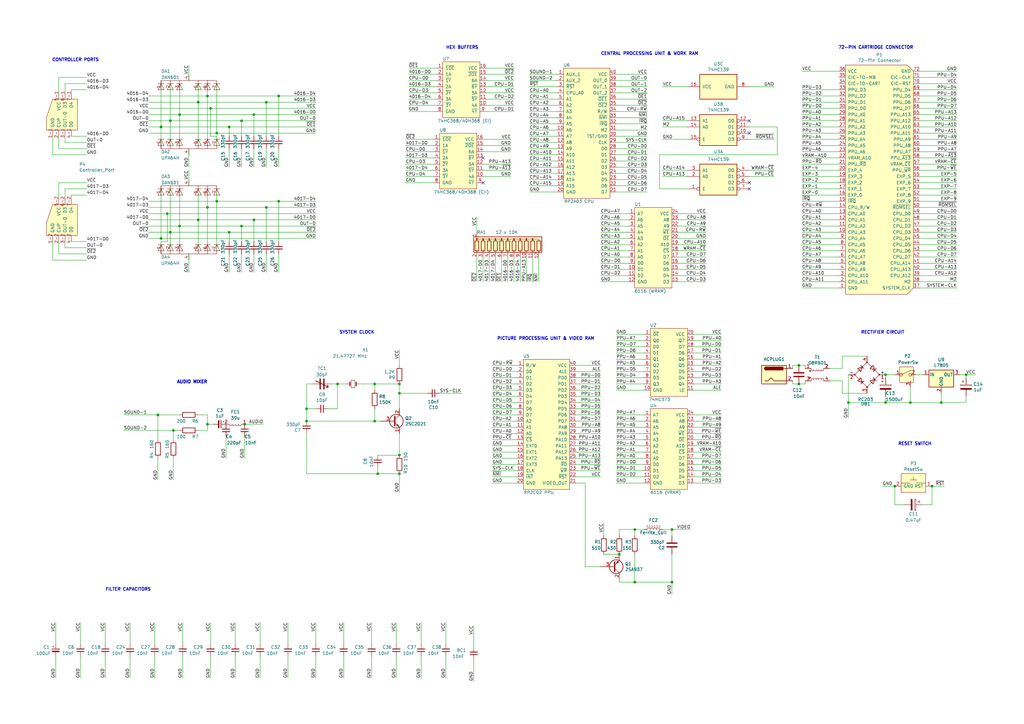
<source format=kicad_sch>
(kicad_sch (version 20231120) (generator "eeschema") (generator_version "8.0")
  (paper "A3")
  (title_block (title "NESN-CPU-01") (rev "01") (comment 1 "KiCad Schematic by Redherring32") (comment 2 "Reverse Engineered by Redherring32") (comment 3 "Nintendo Entertainment System (NES) Motherboard"))
  (lib_symbols
    (symbol "74xx:74LS139" (pin_names (offset 1.016))
      (property "Reference" "U" (at -7.62 8.89 0))
      (property "Value" "74LS139" (at -7.62 -8.89 0))
      (symbol "74LS139_1_0"
        (pin input inverted (at -12.7 -5.08 0) (length 5.08) (name "E") (number "1"))
        (pin input line (at -12.7 0 0) (length 5.08) (name "A0") (number "2"))
        (pin input line (at -12.7 2.54 0) (length 5.08) (name "A1") (number "3"))
        (pin output inverted (at 12.7 2.54 180) (length 5.08) (name "O0") (number "4"))
        (pin output inverted (at 12.7 0 180) (length 5.08) (name "O1") (number "5"))
        (pin output inverted (at 12.7 -2.54 180) (length 5.08) (name "O2") (number "6"))
        (pin output inverted (at 12.7 -5.08 180) (length 5.08) (name "O3") (number "7"))
      )
      (symbol "74LS139_2_0"
        (pin output inverted (at 12.7 -2.54 180) (length 5.08) (name "O2") (number "10"))
        (pin output inverted (at 12.7 0 180) (length 5.08) (name "O1") (number "11"))
        (pin output inverted (at 12.7 2.54 180) (length 5.08) (name "O0") (number "12"))
        (pin input line (at -12.7 2.54 0) (length 5.08) (name "A1") (number "13"))
        (pin input line (at -12.7 0 0) (length 5.08) (name "A0") (number "14"))
        (pin input inverted (at -12.7 -5.08 0) (length 5.08) (name "E") (number "15"))
        (pin output inverted (at 12.7 -5.08 180) (length 5.08) (name "O3") (number "9"))
      )
      (symbol "74LS139_3_0"
        (pin power_in line (at 0 12.7 270) (length 5.08) (name "VCC") (number "16"))
        (pin power_in line (at 0 -12.7 90) (length 5.08) (name "GND") (number "8"))
      )
    )
    (symbol "Connector:Jack-DC" (pin_names (offset 1.016))
      (property "Reference" "J" (at 0 5.334 0))
      (property "Value" "Jack-DC" (at 0 -5.08 0))
      (symbol "Jack-DC_1_1"
        (pin passive line (at 7.62 2.54 180) (length 2.54) (name "~") (number "1"))
        (pin passive line (at 7.62 -2.54 180) (length 2.54) (name "~") (number "2"))
      )
    )
    (symbol "Device:C" (pin_numbers hide) (pin_names (offset 0.254))
      (property "Reference" "C" (at 0.635 2.54 0))
      (property "Value" "C" (at 0.635 -2.54 0))
      (symbol "C_1_1"
        (pin passive line (at 0 3.81 270) (length 2.794) (name "~") (number "1"))
        (pin passive line (at 0 -3.81 90) (length 2.794) (name "~") (number "2"))
      )
    )
    (symbol "Device:C_Polarized" (pin_numbers hide) (pin_names (offset 0.254))
      (property "Reference" "C" (at 0.635 2.54 0))
      (property "Value" "C_Polarized" (at 0.635 -2.54 0))
      (symbol "C_Polarized_1_1"
        (pin passive line (at 0 3.81 270) (length 2.794) (name "~") (number "1"))
        (pin passive line (at 0 -3.81 90) (length 2.794) (name "~") (number "2"))
      )
    )
    (symbol "Device:C_Polarized_Small" (pin_numbers hide) (pin_names (offset 0.254) hide)
      (property "Reference" "C" (at 0.254 1.778 0))
      (property "Value" "C_Polarized_Small" (at 0.254 -2.032 0))
      (symbol "C_Polarized_Small_1_1"
        (pin passive line (at 0 2.54 270) (length 1.8542) (name "~") (number "1"))
        (pin passive line (at 0 -2.54 90) (length 1.8542) (name "~") (number "2"))
      )
    )
    (symbol "Device:C_Small" (pin_numbers hide) (pin_names (offset 0.254) hide)
      (property "Reference" "C" (at 0.254 1.778 0))
      (property "Value" "C_Small" (at 0.254 -2.032 0))
      (symbol "C_Small_1_1"
        (pin passive line (at 0 2.54 270) (length 2.032) (name "~") (number "1"))
        (pin passive line (at 0 -2.54 90) (length 2.032) (name "~") (number "2"))
      )
    )
    (symbol "Device:C_Variable" (pin_numbers hide) (pin_names (offset 0.254) hide)
      (property "Reference" "C" (at 0.635 -1.905 0))
      (property "Value" "C_Variable" (at 0.635 -3.81 0))
      (symbol "C_Variable_1_1"
        (pin passive line (at 0 3.81 270) (length 3.048) (name "~") (number "1"))
        (pin passive line (at 0 -3.81 90) (length 3.048) (name "~") (number "2"))
      )
    )
    (symbol "Device:Crystal_Small" (pin_numbers hide) (pin_names (offset 1.016) hide)
      (property "Reference" "Y" (at 0 2.54 0))
      (property "Value" "Crystal_Small" (at 0 -2.54 0))
      (symbol "Crystal_Small_1_1"
        (pin passive line (at -2.54 0 0) (length 1.27) (name "1") (number "1"))
        (pin passive line (at 2.54 0 180) (length 1.27) (name "2") (number "2"))
      )
    )
    (symbol "Device:D_Bridge_+-AA" (pin_names (offset 0))
      (property "Reference" "D" (at 2.54 6.985 0))
      (property "Value" "D_Bridge_+-AA" (at 2.54 5.08 0))
      (symbol "D_Bridge_+-AA_1_1"
        (pin passive line (at 7.62 0 180) (length 2.54) (name "+") (number "1"))
        (pin passive line (at -7.62 0 0) (length 2.54) (name "-") (number "2"))
        (pin passive line (at 0 7.62 270) (length 2.54) (name "~") (number "3"))
        (pin passive line (at 0 -7.62 90) (length 2.54) (name "~") (number "4"))
      )
    )
    (symbol "Device:L_Coupled" (pin_names (offset 0.254) hide)
      (property "Reference" "L" (at 0 4.445 0))
      (property "Value" "L_Coupled" (at 0 -4.445 0))
      (symbol "L_Coupled_1_1"
        (pin passive line (at -5.08 2.54 0) (length 2.54) (name "1") (number "1"))
        (pin passive line (at 5.08 2.54 180) (length 2.54) (name "2") (number "2"))
        (pin passive line (at -5.08 -2.54 0) (length 2.54) (name "3") (number "3"))
        (pin passive line (at 5.08 -2.54 180) (length 2.54) (name "4") (number "4"))
      )
    )
    (symbol "Device:L_Ferrite" (pin_numbers hide) (pin_names (offset 1.016) hide)
      (property "Reference" "L" (at -1.27 0 90))
      (property "Value" "L_Ferrite" (at 2.794 0 90))
      (symbol "L_Ferrite_1_1"
        (pin passive line (at 0 3.81 270) (length 1.27) (name "1") (number "1"))
        (pin passive line (at 0 -3.81 90) (length 1.27) (name "2") (number "2"))
      )
    )
    (symbol "Device:Q_NPN_ECB" (pin_names (offset 0) hide)
      (property "Reference" "Q" (at 5.08 1.27 0))
      (property "Value" "Q_NPN_ECB" (at 5.08 -1.27 0))
      (symbol "Q_NPN_ECB_1_1"
        (pin passive line (at 2.54 -5.08 90) (length 2.54) (name "E") (number "1"))
        (pin passive line (at 2.54 5.08 270) (length 2.54) (name "C") (number "2"))
        (pin passive line (at -5.08 0 0) (length 5.715) (name "B") (number "3"))
      )
    )
    (symbol "Device:Q_PNP_ECB" (pin_names (offset 0) hide)
      (property "Reference" "Q" (at 5.08 1.27 0))
      (property "Value" "Q_PNP_ECB" (at 5.08 -1.27 0))
      (symbol "Q_PNP_ECB_1_1"
        (pin passive line (at 2.54 -5.08 90) (length 2.54) (name "E") (number "1"))
        (pin passive line (at 2.54 5.08 270) (length 2.54) (name "C") (number "2"))
        (pin input line (at -5.08 0 0) (length 5.715) (name "B") (number "3"))
      )
    )
    (symbol "Device:R" (pin_numbers hide) (pin_names (offset 0))
      (property "Reference" "R" (at 2.032 0 90))
      (property "Value" "R" (at 0 0 90))
      (symbol "R_1_1"
        (pin passive line (at 0 3.81 270) (length 1.27) (name "~") (number "1"))
        (pin passive line (at 0 -3.81 90) (length 1.27) (name "~") (number "2"))
      )
    )
    (symbol "Device:R_Network11" (pin_names (offset 0) hide)
      (property "Reference" "RN" (at -15.24 0 90))
      (property "Value" "R_Network11" (at 15.24 0 90))
      (symbol "R_Network11_1_1"
        (pin passive line (at -12.7 5.08 270) (length 2.54) (name "common") (number "1"))
        (pin passive line (at 7.62 -5.08 90) (length 1.27) (name "R9") (number "10"))
        (pin passive line (at 10.16 -5.08 90) (length 1.27) (name "R10") (number "11"))
        (pin passive line (at 12.7 -5.08 90) (length 1.27) (name "R11") (number "12"))
        (pin passive line (at -12.7 -5.08 90) (length 1.27) (name "R1") (number "2"))
        (pin passive line (at -10.16 -5.08 90) (length 1.27) (name "R2") (number "3"))
        (pin passive line (at -7.62 -5.08 90) (length 1.27) (name "R3") (number "4"))
        (pin passive line (at -5.08 -5.08 90) (length 1.27) (name "R4") (number "5"))
        (pin passive line (at -2.54 -5.08 90) (length 1.27) (name "R5") (number "6"))
        (pin passive line (at 0 -5.08 90) (length 1.27) (name "R6") (number "7"))
        (pin passive line (at 2.54 -5.08 90) (length 1.27) (name "R7") (number "8"))
        (pin passive line (at 5.08 -5.08 90) (length 1.27) (name "R8") (number "9"))
      )
    )
    (symbol "Motherboard:2KB_SRAM" (pin_names (offset 1.016))
      (property "Reference" "U" (at -6.35 17.78 0))
      (property "Value" "2KB_SRAM" (at 2.54 -17.78 0))
      (symbol "2KB_SRAM_1_1"
        (pin passive line (at -10.16 13.97 0) (length 2.54) (name "A7") (number "1"))
        (pin passive line (at -10.16 -8.89 0) (length 2.54) (name "D1") (number "10"))
        (pin passive line (at -10.16 -11.43 0) (length 2.54) (name "D2") (number "11"))
        (pin passive line (at -10.16 -13.97 0) (length 2.54) (name "GND~{}") (number "12"))
        (pin passive line (at 10.16 -13.97 180) (length 2.54) (name "D3") (number "13"))
        (pin passive line (at 10.16 -11.43 180) (length 2.54) (name "D4") (number "14"))
        (pin passive line (at 10.16 -8.89 180) (length 2.54) (name "D5") (number "15"))
        (pin passive line (at 10.16 -6.35 180) (length 2.54) (name "D6") (number "16"))
        (pin passive line (at 10.16 -3.81 180) (length 2.54) (name "D7") (number "17"))
        (pin passive line (at 10.16 -1.27 180) (length 2.54) (name "~{CS}") (number "18"))
        (pin passive line (at 10.16 1.27 180) (length 2.54) (name "A10") (number "19"))
        (pin passive line (at -10.16 11.43 0) (length 2.54) (name "A6~{}") (number "2"))
        (pin passive line (at 10.16 3.81 180) (length 2.54) (name "~{OE}") (number "20"))
        (pin passive line (at 10.16 6.35 180) (length 2.54) (name "~{WE}") (number "21"))
        (pin passive line (at 10.16 8.89 180) (length 2.54) (name "A9") (number "22"))
        (pin passive line (at 10.16 11.43 180) (length 2.54) (name "A8") (number "23"))
        (pin passive line (at 10.16 13.97 180) (length 2.54) (name "VCC") (number "24"))
        (pin passive line (at -10.16 8.89 0) (length 2.54) (name "A5~{}") (number "3"))
        (pin passive line (at -10.16 6.35 0) (length 2.54) (name "A4~{}") (number "4"))
        (pin passive line (at -10.16 3.81 0) (length 2.54) (name "A3~{}") (number "5"))
        (pin passive line (at -10.16 1.27 0) (length 2.54) (name "A2") (number "6"))
        (pin passive line (at -10.16 -1.27 0) (length 2.54) (name "A1") (number "7"))
        (pin passive line (at -10.16 -3.81 0) (length 2.54) (name "A0") (number "8"))
        (pin passive line (at -10.16 -6.35 0) (length 2.54) (name "D0") (number "9"))
      )
    )
    (symbol "Motherboard:72-Pin_Connector" (pin_names (offset 1.016))
      (property "Reference" "J" (at -12.7 49.53 0))
      (property "Value" "72-Pin_Connector" (at 5.08 -46.99 0))
      (symbol "72-Pin_Connector_1_1"
        (pin passive line (at -16.51 -43.18 0) (length 2.54) (name "GND") (number "1"))
        (pin input line (at -16.51 -20.32 0) (length 2.54) (name "CPU_A3") (number "10"))
        (pin input line (at -16.51 -17.78 0) (length 2.54) (name "CPU_A2") (number "11"))
        (pin input line (at -16.51 -15.24 0) (length 2.54) (name "CPU_A1") (number "12"))
        (pin input line (at -16.51 -12.7 0) (length 2.54) (name "CPU_A0") (number "13"))
        (pin input line (at -16.51 -10.16 0) (length 2.54) (name "CPU_R/W") (number "14"))
        (pin output line (at -16.51 -7.62 0) (length 2.54) (name "~{IRQ}") (number "15"))
        (pin passive line (at -16.51 -5.08 0) (length 2.54) (name "EXP_0") (number "16"))
        (pin passive line (at -16.51 -2.54 0) (length 2.54) (name "EXP_1") (number "17"))
        (pin passive line (at -16.51 0 0) (length 2.54) (name "EXP_2") (number "18"))
        (pin passive line (at -16.51 2.54 0) (length 2.54) (name "EXP_3") (number "19"))
        (pin input line (at -16.51 -40.64 0) (length 2.54) (name "CPU_A11") (number "2"))
        (pin passive line (at -16.51 5.08 0) (length 2.54) (name "EXP_4") (number "20"))
        (pin input line (at -16.51 7.62 0) (length 2.54) (name "PPU_~{RD}") (number "21"))
        (pin output line (at -16.51 10.16 0) (length 2.54) (name "VRAM_A10") (number "22"))
        (pin input line (at -16.51 12.7 0) (length 2.54) (name "PPU_A6") (number "23"))
        (pin input line (at -16.51 15.24 0) (length 2.54) (name "PPU_A5") (number "24"))
        (pin input line (at -16.51 17.78 0) (length 2.54) (name "PPU_A4") (number "25"))
        (pin input line (at -16.51 20.32 0) (length 2.54) (name "PPU_A3") (number "26"))
        (pin input line (at -16.51 22.86 0) (length 2.54) (name "PPU_A2") (number "27"))
        (pin input line (at -16.51 25.4 0) (length 2.54) (name "PPU_A1") (number "28"))
        (pin input line (at -16.51 27.94 0) (length 2.54) (name "PPU_A0") (number "29"))
        (pin input line (at -16.51 -38.1 0) (length 2.54) (name "CPU_A10") (number "3"))
        (pin bidirectional line (at -16.51 30.48 0) (length 2.54) (name "PPU_D0") (number "30"))
        (pin bidirectional line (at -16.51 33.02 0) (length 2.54) (name "PPU_D1") (number "31"))
        (pin bidirectional line (at -16.51 35.56 0) (length 2.54) (name "PPU_D2") (number "32"))
        (pin bidirectional line (at -16.51 38.1 0) (length 2.54) (name "PPU_D3") (number "33"))
        (pin input line (at -16.51 40.64 0) (length 2.54) (name "CIC-TO-CART") (number "34"))
        (pin output line (at -16.51 43.18 0) (length 2.54) (name "CIC-TO-MB") (number "35"))
        (pin passive line (at -16.51 45.72 0) (length 2.54) (name "VCC") (number "36"))
        (pin input line (at 16.51 -43.18 180) (length 2.54) (name "SYSTEM_CLK") (number "37"))
        (pin input line (at 16.51 -40.64 180) (length 2.54) (name "M2") (number "38"))
        (pin input line (at 16.51 -38.1 180) (length 2.54) (name "CPU_A12") (number "39"))
        (pin input line (at -16.51 -35.56 0) (length 2.54) (name "CPU_A9") (number "4"))
        (pin input line (at 16.51 -35.56 180) (length 2.54) (name "CPU_A13") (number "40"))
        (pin input line (at 16.51 -33.02 180) (length 2.54) (name "CPU_A14") (number "41"))
        (pin bidirectional line (at 16.51 -30.48 180) (length 2.54) (name "CPU_D7") (number "42"))
        (pin bidirectional line (at 16.51 -27.94 180) (length 2.54) (name "CPU_D6") (number "43"))
        (pin bidirectional line (at 16.51 -25.4 180) (length 2.54) (name "CPU_D5") (number "44"))
        (pin bidirectional line (at 16.51 -22.86 180) (length 2.54) (name "CPU_D4") (number "45"))
        (pin bidirectional line (at 16.51 -20.32 180) (length 2.54) (name "CPU_D3") (number "46"))
        (pin bidirectional line (at 16.51 -17.78 180) (length 2.54) (name "CPU_D2") (number "47"))
        (pin bidirectional line (at 16.51 -15.24 180) (length 2.54) (name "CPU_D1") (number "48"))
        (pin bidirectional line (at 16.51 -12.7 180) (length 2.54) (name "CPU_D0") (number "49"))
        (pin input line (at -16.51 -33.02 0) (length 2.54) (name "CPU_A8") (number "5"))
        (pin input line (at 16.51 -10.16 180) (length 2.54) (name "~{ROMSEL}") (number "50"))
        (pin passive line (at 16.51 -7.62 180) (length 2.54) (name "EXP_9") (number "51"))
        (pin passive line (at 16.51 -5.08 180) (length 2.54) (name "EXP_8") (number "52"))
        (pin passive line (at 16.51 -2.54 180) (length 2.54) (name "EXP_7") (number "53"))
        (pin passive line (at 16.51 0 180) (length 2.54) (name "EXP_6") (number "54"))
        (pin passive line (at 16.51 2.54 180) (length 2.54) (name "EXP_5") (number "55"))
        (pin input line (at 16.51 5.08 180) (length 2.54) (name "PPU_~{WR}") (number "56"))
        (pin output line (at 16.51 7.62 180) (length 2.54) (name "VRAM_~{CE}") (number "57"))
        (pin input line (at 16.51 10.16 180) (length 2.54) (name "PPU_~{A13}") (number "58"))
        (pin input line (at 16.51 12.7 180) (length 2.54) (name "PPU_A7") (number "59"))
        (pin input line (at -16.51 -30.48 0) (length 2.54) (name "CPU_A7") (number "6"))
        (pin input line (at 16.51 15.24 180) (length 2.54) (name "PPU_A8") (number "60"))
        (pin input line (at 16.51 17.78 180) (length 2.54) (name "PPU_A9") (number "61"))
        (pin input line (at 16.51 20.32 180) (length 2.54) (name "PPU_A11") (number "62"))
        (pin input line (at 16.51 22.86 180) (length 2.54) (name "PPU_A10") (number "63"))
        (pin input line (at 16.51 25.4 180) (length 2.54) (name "PPU_A12") (number "64"))
        (pin input line (at 16.51 27.94 180) (length 2.54) (name "PPU_A13") (number "65"))
        (pin bidirectional line (at 16.51 30.48 180) (length 2.54) (name "PPU_D7") (number "66"))
        (pin bidirectional line (at 16.51 33.02 180) (length 2.54) (name "PPU_D6") (number "67"))
        (pin bidirectional line (at 16.51 35.56 180) (length 2.54) (name "PPU_D5") (number "68"))
        (pin bidirectional line (at 16.51 38.1 180) (length 2.54) (name "PPU_D4") (number "69"))
        (pin input line (at -16.51 -27.94 0) (length 2.54) (name "CPU_A6") (number "7"))
        (pin input line (at 16.51 40.64 180) (length 2.54) (name "CIC-RST") (number "70"))
        (pin input line (at 16.51 43.18 180) (length 2.54) (name "CIC-CLK") (number "71"))
        (pin passive line (at 16.51 45.72 180) (length 2.54) (name "GND") (number "72"))
        (pin input line (at -16.51 -25.4 0) (length 2.54) (name "CPU_A5") (number "8"))
        (pin input line (at -16.51 -22.86 0) (length 2.54) (name "CPU_A4") (number "9"))
      )
    )
    (symbol "Motherboard:74HC368" (pin_names (offset 1.016))
      (property "Reference" "U" (at -6.35 12.7 0))
      (property "Value" "74HC368" (at 2.54 -12.7 0))
      (symbol "74HC368_1_1"
        (pin input line (at -10.16 8.89 0) (length 2.54) (name "~{1OE}") (number "1"))
        (pin input line (at 10.16 -6.35 180) (length 2.54) (name "4A") (number "10"))
        (pin output line (at 10.16 -3.81 180) (length 2.54) (name "~{5Y}") (number "11"))
        (pin input line (at 10.16 -1.27 180) (length 2.54) (name "5A") (number "12"))
        (pin output line (at 10.16 1.27 180) (length 2.54) (name "~{6Y}") (number "13"))
        (pin input line (at 10.16 3.81 180) (length 2.54) (name "6A") (number "14"))
        (pin input line (at 10.16 6.35 180) (length 2.54) (name "~{2OE}") (number "15"))
        (pin passive line (at 10.16 8.89 180) (length 2.54) (name "VCC") (number "16"))
        (pin input line (at -10.16 6.35 0) (length 2.54) (name "1A") (number "2"))
        (pin output line (at -10.16 3.81 0) (length 2.54) (name "~{1Y}") (number "3"))
        (pin input line (at -10.16 1.27 0) (length 2.54) (name "2A") (number "4"))
        (pin output line (at -10.16 -1.27 0) (length 2.54) (name "~{2Y}") (number "5"))
        (pin input line (at -10.16 -3.81 0) (length 2.54) (name "3A") (number "6"))
        (pin output line (at -10.16 -6.35 0) (length 2.54) (name "~{3Y}") (number "7"))
        (pin passive line (at -10.16 -8.89 0) (length 2.54) (name "GND") (number "8"))
        (pin output line (at 10.16 -8.89 180) (length 2.54) (name "~{4Y}") (number "9"))
      )
    )
    (symbol "Motherboard:74HC373" (pin_names (offset 1.016))
      (property "Reference" "U" (at -6.35 15.24 0))
      (property "Value" "74HC373" (at 2.54 -15.24 0))
      (symbol "74HC373_1_1"
        (pin input line (at -10.16 11.43 0) (length 2.54) (name "~{OE}") (number "1"))
        (pin passive line (at -10.16 -11.43 0) (length 2.54) (name "GND") (number "10"))
        (pin input line (at 10.16 -11.43 180) (length 2.54) (name "LE") (number "11"))
        (pin output line (at 10.16 -8.89 180) (length 2.54) (name "Q4") (number "12"))
        (pin input line (at 10.16 -6.35 180) (length 2.54) (name "D4") (number "13"))
        (pin input line (at 10.16 -3.81 180) (length 2.54) (name "D5") (number "14"))
        (pin output line (at 10.16 -1.27 180) (length 2.54) (name "Q5") (number "15"))
        (pin output line (at 10.16 1.27 180) (length 2.54) (name "Q6") (number "16"))
        (pin input line (at 10.16 3.81 180) (length 2.54) (name "D6") (number "17"))
        (pin input line (at 10.16 6.35 180) (length 2.54) (name "D7") (number "18"))
        (pin output line (at 10.16 8.89 180) (length 2.54) (name "Q7") (number "19"))
        (pin output line (at -10.16 8.89 0) (length 2.54) (name "Q0") (number "2"))
        (pin passive line (at 10.16 11.43 180) (length 2.54) (name "VCC") (number "20"))
        (pin input line (at -10.16 6.35 0) (length 2.54) (name "D0") (number "3"))
        (pin input line (at -10.16 3.81 0) (length 2.54) (name "D1") (number "4"))
        (pin output line (at -10.16 1.27 0) (length 2.54) (name "Q1") (number "5"))
        (pin output line (at -10.16 -1.27 0) (length 2.54) (name "Q2") (number "6"))
        (pin input line (at -10.16 -3.81 0) (length 2.54) (name "D2") (number "7"))
        (pin input line (at -10.16 -6.35 0) (length 2.54) (name "D3") (number "8"))
        (pin output line (at -10.16 -8.89 0) (length 2.54) (name "Q3") (number "9"))
      )
    )
    (symbol "Motherboard:Controller_Port" (pin_names (offset 1.016))
      (property "Reference" "J" (at -5.08 8.89 0))
      (property "Value" "Controller_Port" (at 0 -6.35 0))
      (symbol "Controller_Port_1_1"
        (pin passive line (at 34.29 5.08 0) (length 2.54) (name "GND") (number "1-1"))
        (pin passive line (at -8.89 5.08 0) (length 2.54) (name "GND") (number "1-2"))
        (pin output line (at 34.29 2.54 0) (length 2.54) (name "CUP") (number "2-1"))
        (pin output line (at -8.89 2.54 0) (length 2.54) (name "CUP") (number "2-2"))
        (pin output line (at 34.29 0 0) (length 2.54) (name "OUT-0") (number "3-1"))
        (pin output line (at -8.89 0 0) (length 2.54) (name "OUT-0") (number "3-2"))
        (pin input line (at 34.29 -2.54 0) (length 2.54) (name "D0") (number "4-1"))
        (pin input line (at -8.89 -2.54 0) (length 2.54) (name "D0") (number "4-2"))
        (pin passive line (at 52.07 2.54 180) (length 2.54) (name "VCC") (number "5-1"))
        (pin passive line (at 8.89 2.54 180) (length 2.54) (name "VCC") (number "5-2"))
        (pin input line (at 52.07 0 180) (length 2.54) (name "D3") (number "6-1"))
        (pin input line (at 8.89 0 180) (length 2.54) (name "D3") (number "6-2"))
        (pin input line (at 52.07 -2.54 180) (length 2.54) (name "D4") (number "7-1"))
        (pin input line (at 8.89 -2.54 180) (length 2.54) (name "D4") (number "7-2"))
      )
    )
    (symbol "Motherboard:Diode_Array_7pin_(Anode-Common)" (pin_names (offset 1.016))
      (property "Reference" "U" (at 0 0 0))
      (property "Value" "Diode_Array_7pin_(Anode-Common)" (at 0 0 0))
      (symbol "Diode_Array_7pin_(Anode-Common)_1_1"
        (pin output line (at -8.89 -5.08 270) (length 2.54) (name "~") (number "1"))
        (pin output line (at -5.08 -5.08 270) (length 2.54) (name "~") (number "2"))
        (pin output line (at -1.27 -5.08 270) (length 2.54) (name "~") (number "3"))
        (pin input line (at 2.54 -3.81 90) (length 2.54) (name "~") (number "4"))
        (pin output line (at 6.35 -5.08 270) (length 2.54) (name "~") (number "5"))
        (pin output line (at 10.16 -5.08 270) (length 2.54) (name "~") (number "6"))
        (pin output line (at 13.97 -5.08 270) (length 2.54) (name "~") (number "7"))
      )
    )
    (symbol "Motherboard:Diode_Array_7pin_(Cathode-Common)" (pin_names (offset 1.016))
      (property "Reference" "U" (at 0 0 0))
      (property "Value" "Diode_Array_7pin_(Cathode-Common)" (at 0 0 0))
      (symbol "Diode_Array_7pin_(Cathode-Common)_1_1"
        (pin output line (at -8.89 -5.08 270) (length 2.54) (name "~") (number "1"))
        (pin output line (at -5.08 -5.08 270) (length 2.54) (name "~") (number "2"))
        (pin output line (at -1.27 -5.08 270) (length 2.54) (name "~") (number "3"))
        (pin input line (at 2.54 -3.81 90) (length 2.54) (name "~") (number "4"))
        (pin output line (at 6.35 -5.08 270) (length 2.54) (name "~") (number "5"))
        (pin output line (at 10.16 -5.08 270) (length 2.54) (name "~") (number "6"))
        (pin output line (at 13.97 -5.08 270) (length 2.54) (name "~") (number "7"))
      )
    )
    (symbol "Motherboard:Ferrite_Core" (pin_names (offset 1.016))
      (property "Reference" "FC" (at 0 0 0))
      (property "Value" "Ferrite_Core" (at 0 0 0))
      (symbol "Ferrite_Core_1_1"
        (pin input line (at -8.89 -5.08 0) (length 0) (name "~") (number "1"))
        (pin output line (at -1.27 -5.08 0) (length 0) (name "~") (number "2"))
      )
    )
    (symbol "Motherboard:PowerSwitch" (pin_names (offset 1.016))
      (property "Reference" "S" (at -40.64 -12.065 0))
      (property "Value" "PowerSwitch" (at -40.64 -12.065 0))
      (symbol "PowerSwitch_1_1"
        (pin input line (at -44.45 -5.08 0) (length 2.54) (name "~") (number "1"))
        (pin input line (at -35.56 -5.08 180) (length 2.54) (name "~") (number "2"))
        (pin input line (at -38.1 -10.16 90) (length 2.54) (name "~") (number "3"))
      )
    )
    (symbol "Motherboard:RP2A03_CPU" (pin_names (offset 1.016))
      (property "Reference" "U" (at -8.89 27.94 0))
      (property "Value" "RP2A03_CPU" (at 2.54 -27.94 0))
      (symbol "RP2A03_CPU_1_1"
        (pin output line (at -12.7 24.13 0) (length 2.54) (name "AUX_1") (number "1"))
        (pin output line (at -12.7 1.27 0) (length 2.54) (name "A6") (number "10"))
        (pin output line (at -12.7 -1.27 0) (length 2.54) (name "A7") (number "11"))
        (pin output line (at -12.7 -3.81 0) (length 2.54) (name "A8") (number "12"))
        (pin output line (at -12.7 -6.35 0) (length 2.54) (name "A9") (number "13"))
        (pin output line (at -12.7 -8.89 0) (length 2.54) (name "A10") (number "14"))
        (pin output line (at -12.7 -11.43 0) (length 2.54) (name "A11") (number "15"))
        (pin output line (at -12.7 -13.97 0) (length 2.54) (name "A12") (number "16"))
        (pin output line (at -12.7 -16.51 0) (length 2.54) (name "A13") (number "17"))
        (pin output line (at -12.7 -19.05 0) (length 2.54) (name "A14") (number "18"))
        (pin output line (at -12.7 -21.59 0) (length 2.54) (name "A15") (number "19"))
        (pin output line (at -12.7 21.59 0) (length 2.54) (name "AUX_2") (number "2"))
        (pin passive line (at -12.7 -24.13 0) (length 2.54) (name "GND") (number "20"))
        (pin bidirectional line (at 11.43 -24.13 180) (length 2.54) (name "D7") (number "21"))
        (pin bidirectional line (at 11.43 -21.59 180) (length 2.54) (name "D6") (number "22"))
        (pin bidirectional line (at 11.43 -19.05 180) (length 2.54) (name "D5") (number "23"))
        (pin bidirectional line (at 11.43 -16.51 180) (length 2.54) (name "D4") (number "24"))
        (pin bidirectional line (at 11.43 -13.97 180) (length 2.54) (name "D3") (number "25"))
        (pin bidirectional line (at 11.43 -11.43 180) (length 2.54) (name "D2") (number "26"))
        (pin bidirectional line (at 11.43 -8.89 180) (length 2.54) (name "D1") (number "27"))
        (pin bidirectional line (at 11.43 -6.35 180) (length 2.54) (name "D0") (number "28"))
        (pin input line (at 11.43 -3.81 180) (length 2.54) (name "CLK") (number "29"))
        (pin input line (at -12.7 19.05 0) (length 2.54) (name "~{RST}") (number "3"))
        (pin input line (at 11.43 -1.27 180) (length 2.54) (name "TST/GND") (number "30"))
        (pin output line (at 11.43 1.27 180) (length 2.54) (name "M2") (number "31"))
        (pin input line (at 11.43 3.81 180) (length 2.54) (name "~{IRQ}") (number "32"))
        (pin input line (at 11.43 6.35 180) (length 2.54) (name "~{NMI}") (number "33"))
        (pin output line (at 11.43 8.89 180) (length 2.54) (name "R/W") (number "34"))
        (pin output line (at 11.43 11.43 180) (length 2.54) (name "~{OE2}") (number "35"))
        (pin output line (at 11.43 13.97 180) (length 2.54) (name "~{OE1}") (number "36"))
        (pin output line (at 11.43 16.51 180) (length 2.54) (name "OUT_2") (number "37"))
        (pin output line (at 11.43 19.05 180) (length 2.54) (name "OUT_1") (number "38"))
        (pin output line (at 11.43 21.59 180) (length 2.54) (name "OUT_0") (number "39"))
        (pin output line (at -12.7 16.51 0) (length 2.54) (name "CPU_A0") (number "4"))
        (pin passive line (at 11.43 24.13 180) (length 2.54) (name "VCC") (number "40"))
        (pin output line (at -12.7 13.97 0) (length 2.54) (name "A1") (number "5"))
        (pin output line (at -12.7 11.43 0) (length 2.54) (name "A2") (number "6"))
        (pin output line (at -12.7 8.89 0) (length 2.54) (name "A3") (number "7"))
        (pin output line (at -12.7 6.35 0) (length 2.54) (name "A4") (number "8"))
        (pin output line (at -12.7 3.81 0) (length 2.54) (name "A5") (number "9"))
      )
    )
    (symbol "Motherboard:RP2C02_PPU" (pin_names (offset 1.016))
      (property "Reference" "U" (at -8.89 27.94 0))
      (property "Value" "RP2C02_PPU" (at 2.54 -27.94 0))
      (symbol "RP2C02_PPU_1_1"
        (pin input line (at -12.7 24.13 0) (length 2.54) (name "R/W") (number "1"))
        (pin input line (at -12.7 1.27 0) (length 2.54) (name "A2") (number "10"))
        (pin input line (at -12.7 -1.27 0) (length 2.54) (name "A1") (number "11"))
        (pin input line (at -12.7 -3.81 0) (length 2.54) (name "A0") (number "12"))
        (pin input line (at -12.7 -6.35 0) (length 2.54) (name "~{CS}") (number "13"))
        (pin bidirectional line (at -12.7 -8.89 0) (length 2.54) (name "EXT0") (number "14"))
        (pin bidirectional line (at -12.7 -11.43 0) (length 2.54) (name "EXT1") (number "15"))
        (pin bidirectional line (at -12.7 -13.97 0) (length 2.54) (name "EXT2") (number "16"))
        (pin bidirectional line (at -12.7 -16.51 0) (length 2.54) (name "EXT3") (number "17"))
        (pin input line (at -12.7 -19.05 0) (length 2.54) (name "CLK") (number "18"))
        (pin output line (at -12.7 -21.59 0) (length 2.54) (name "~{INT}") (number "19"))
        (pin bidirectional line (at -12.7 21.59 0) (length 2.54) (name "D0") (number "2"))
        (pin passive line (at -12.7 -24.13 0) (length 2.54) (name "GND") (number "20"))
        (pin output line (at 11.43 -24.13 180) (length 2.54) (name "VIDEO_OUT") (number "21"))
        (pin input line (at 11.43 -21.59 180) (length 2.54) (name "~{RST}") (number "22"))
        (pin output line (at 11.43 -19.05 180) (length 2.54) (name "~{WR}") (number "23"))
        (pin input line (at 11.43 -16.51 180) (length 2.54) (name "~{RD}") (number "24"))
        (pin output line (at 11.43 -13.97 180) (length 2.54) (name "PA13") (number "25"))
        (pin output line (at 11.43 -11.43 180) (length 2.54) (name "PA12") (number "26"))
        (pin output line (at 11.43 -8.89 180) (length 2.54) (name "PA11") (number "27"))
        (pin output line (at 11.43 -6.35 180) (length 2.54) (name "PA10") (number "28"))
        (pin output line (at 11.43 -3.81 180) (length 2.54) (name "PA9") (number "29"))
        (pin bidirectional line (at -12.7 19.05 0) (length 2.54) (name "D1") (number "3"))
        (pin output line (at 11.43 -1.27 180) (length 2.54) (name "PA8") (number "30"))
        (pin bidirectional line (at 11.43 1.27 180) (length 2.54) (name "PD7") (number "31"))
        (pin bidirectional line (at 11.43 3.81 180) (length 2.54) (name "PD6") (number "32"))
        (pin bidirectional line (at 11.43 6.35 180) (length 2.54) (name "PD5") (number "33"))
        (pin bidirectional line (at 11.43 8.89 180) (length 2.54) (name "PD4") (number "34"))
        (pin bidirectional line (at 11.43 11.43 180) (length 2.54) (name "PD3") (number "35"))
        (pin bidirectional line (at 11.43 13.97 180) (length 2.54) (name "PD2") (number "36"))
        (pin bidirectional line (at 11.43 16.51 180) (length 2.54) (name "PD1") (number "37"))
        (pin bidirectional line (at 11.43 19.05 180) (length 2.54) (name "PD0") (number "38"))
        (pin output line (at 11.43 21.59 180) (length 2.54) (name "ALE") (number "39"))
        (pin bidirectional line (at -12.7 16.51 0) (length 2.54) (name "D2") (number "4"))
        (pin passive line (at 11.43 24.13 180) (length 2.54) (name "VCC") (number "40"))
        (pin bidirectional line (at -12.7 13.97 0) (length 2.54) (name "D3") (number "5"))
        (pin bidirectional line (at -12.7 11.43 0) (length 2.54) (name "D4") (number "6"))
        (pin bidirectional line (at -12.7 8.89 0) (length 2.54) (name "D7") (number "7"))
        (pin bidirectional line (at -12.7 6.35 0) (length 2.54) (name "D6") (number "8"))
        (pin bidirectional line (at -12.7 3.81 0) (length 2.54) (name "D7") (number "9"))
      )
    )
    (symbol "Motherboard:ResetSwitch" (pin_names (offset 1.016))
      (property "Reference" "ResetSw" (at 0 2.54 0))
      (property "Value" "ResetSwitch" (at 0 0 0))
      (symbol "ResetSwitch_1_1"
        (pin passive line (at 7.62 -7.62 180) (length 2.54) (name "RST") (number "1"))
        (pin passive line (at -7.62 -7.62 0) (length 2.54) (name "GND") (number "2"))
      )
    )
    (symbol "Regulator_Linear:L7805" (pin_names (offset 0.254))
      (property "Reference" "U" (at -3.81 3.175 0))
      (property "Value" "L7805" (at 0 3.175 0))
      (symbol "L7805_1_1"
        (pin power_in line (at -7.62 0 0) (length 2.54) (name "IN") (number "1"))
        (pin power_in line (at 0 -7.62 90) (length 2.54) (name "GND") (number "2"))
        (pin power_out line (at 7.62 0 180) (length 2.54) (name "OUT") (number "3"))
      )
    )
  )
  (junction (at 260.35 217.17))
  (junction (at 138.43 157.48))
  (junction (at 109.22 41.91))
  (junction (at 367.03 199.39))
  (junction (at 154.94 194.31))
  (junction (at 109.22 85.09))
  (junction (at 66.04 97.79))
  (junction (at 99.06 49.53))
  (junction (at 363.22 153.67))
  (junction (at 81.28 41.91))
  (junction (at 85.09 39.37))
  (junction (at 66.04 52.07))
  (junction (at 373.38 165.1))
  (junction (at 275.59 217.17))
  (junction (at 163.83 194.31))
  (junction (at 347.98 165.1))
  (junction (at 85.09 85.09))
  (junction (at 363.22 165.1))
  (junction (at 163.83 186.69))
  (junction (at 81.28 90.17))
  (junction (at 73.66 46.99))
  (junction (at 73.66 92.71))
  (junction (at 88.9 82.55))
  (junction (at 163.83 157.48))
  (junction (at 254 227.33))
  (junction (at 104.14 46.99))
  (junction (at 85.09 173.99))
  (junction (at 382.27 199.39))
  (junction (at 386.08 165.1))
  (junction (at 64.77 170.18))
  (junction (at 327.66 149.86))
  (junction (at 125.73 172.72))
  (junction (at 100.33 173.99))
  (junction (at 104.14 90.17))
  (junction (at 163.83 161.29))
  (junction (at 153.67 172.72))
  (junction (at 396.24 153.67))
  (junction (at 260.35 238.76))
  (junction (at 275.59 238.76))
  (junction (at 153.67 157.48))
  (junction (at 125.73 167.64))
  (junction (at 327.66 157.48))
  (junction (at 88.9 54.61))
  (junction (at 69.85 95.25))
  (junction (at 68.58 87.63))
  (junction (at 114.3 39.37))
  (junction (at 93.98 52.07))
  (junction (at 86.36 44.45))
  (junction (at 114.3 82.55))
  (junction (at 93.98 95.25))
  (junction (at 69.85 49.53))
  (junction (at 99.06 92.71))
  (junction (at 71.12 176.53))
  (no_connect (at 307.34 54.61))
  (no_connect (at 198.12 64.77))
  (no_connect (at 307.34 74.93))
  (no_connect (at 198.12 74.93))
  (no_connect (at 307.34 49.53))
  (no_connect (at 307.34 77.47))
  (wire (pts (xy 172.72 269.24) (xy 172.72 278.13)))
  (wire (pts (xy 328.93 29.21) (xy 344.17 29.21)))
  (wire (pts (xy 228.6 68.58) (xy 217.17 68.58)))
  (wire (pts (xy 21.59 106.68) (xy 35.56 106.68)))
  (wire (pts (xy 325.12 157.48) (xy 325.12 156.21)))
  (wire (pts (xy 265.43 50.8) (xy 252.73 50.8)))
  (wire (pts (xy 252.73 142.24) (xy 264.16 142.24)))
  (wire (pts (xy 209.55 72.39) (xy 198.12 72.39)))
  (wire (pts (xy 236.22 190.5) (xy 246.38 190.5)))
  (wire (pts (xy 73.66 59.69) (xy 73.66 46.99)))
  (wire (pts (xy 86.36 44.45) (xy 129.54 44.45)))
  (wire (pts (xy 377.19 34.29) (xy 392.43 34.29)))
  (wire (pts (xy 66.04 59.69) (xy 66.04 52.07)))
  (wire (pts (xy 109.22 41.91) (xy 129.54 41.91)))
  (wire (pts (xy 377.19 102.87) (xy 392.43 102.87)))
  (wire (pts (xy 210.82 33.02) (xy 199.39 33.02)))
  (wire (pts (xy 201.93 157.48) (xy 212.09 157.48)))
  (wire (pts (xy 345.44 156.21) (xy 345.44 161.29)))
  (wire (pts (xy 109.22 85.09) (xy 129.54 85.09)))
  (wire (pts (xy 210.82 105.41) (xy 210.82 115.57)))
  (wire (pts (xy 43.18 255.27) (xy 43.18 264.16)))
  (wire (pts (xy 93.98 52.07) (xy 129.54 52.07)))
  (wire (pts (xy 377.19 41.91) (xy 392.43 41.91)))
  (wire (pts (xy 167.64 30.48) (xy 179.07 30.48)))
  (wire (pts (xy 85.09 173.99) (xy 85.09 176.53)))
  (wire (pts (xy 93.98 95.25) (xy 129.54 95.25)))
  (wire (pts (xy 347.98 165.1) (xy 347.98 153.67)))
  (wire (pts (xy 201.93 162.56) (xy 212.09 162.56)))
  (wire (pts (xy 179.07 33.02) (xy 167.64 33.02)))
  (wire (pts (xy 265.43 66.04) (xy 252.73 66.04)))
  (wire (pts (xy 265.43 45.72) (xy 252.73 45.72)))
  (wire (pts (xy 129.54 269.24) (xy 129.54 278.13)))
  (wire (pts (xy 81.28 90.17) (xy 60.96 90.17)))
  (wire (pts (xy 167.64 40.64) (xy 179.07 40.64)))
  (wire (pts (xy 162.56 269.24) (xy 162.56 278.13)))
  (wire (pts (xy 166.37 59.69) (xy 177.8 59.69)))
  (wire (pts (xy 252.73 180.34) (xy 264.16 180.34)))
  (wire (pts (xy 377.19 97.79) (xy 392.43 97.79)))
  (wire (pts (xy 236.22 193.04) (xy 246.38 193.04)))
  (wire (pts (xy 140.97 255.27) (xy 140.97 264.16)))
  (wire (pts (xy 392.43 49.53) (xy 377.19 49.53)))
  (wire (pts (xy 363.22 154.94) (xy 363.22 153.67)))
  (wire (pts (xy 228.6 43.18) (xy 217.17 43.18)))
  (wire (pts (xy 228.6 73.66) (xy 217.17 73.66)))
  (wire (pts (xy 328.93 64.77) (xy 344.17 64.77)))
  (wire (pts (xy 73.66 92.71) (xy 73.66 102.87)))
  (wire (pts (xy 81.28 90.17) (xy 104.14 90.17)))
  (wire (pts (xy 93.98 99.06) (xy 93.98 95.25)))
  (wire (pts (xy 382.27 199.39) (xy 387.35 199.39)))
  (wire (pts (xy 284.48 149.86) (xy 295.91 149.86)))
  (wire (pts (xy 396.24 162.56) (xy 396.24 165.1)))
  (wire (pts (xy 265.43 76.2) (xy 252.73 76.2)))
  (wire (pts (xy 289.56 95.25) (xy 278.13 95.25)))
  (wire (pts (xy 228.6 78.74) (xy 217.17 78.74)))
  (wire (pts (xy 252.73 60.96) (xy 265.43 60.96)))
  (wire (pts (xy 71.12 187.96) (xy 71.12 196.85)))
  (wire (pts (xy 99.06 55.88) (xy 99.06 49.53)))
  (wire (pts (xy 392.43 100.33) (xy 377.19 100.33)))
  (wire (pts (xy 377.19 52.07) (xy 392.43 52.07)))
  (wire (pts (xy 177.8 72.39) (xy 166.37 72.39)))
  (wire (pts (xy 198.12 59.69) (xy 209.55 59.69)))
  (wire (pts (xy 340.36 151.13) (xy 345.44 151.13)))
  (wire (pts (xy 182.88 269.24) (xy 182.88 278.13)))
  (wire (pts (xy 68.58 87.63) (xy 60.96 87.63)))
  (wire (pts (xy 289.56 97.79) (xy 278.13 97.79)))
  (wire (pts (xy 367.03 199.39) (xy 367.03 207.01)))
  (wire (pts (xy 217.17 50.8) (xy 228.6 50.8)))
  (wire (pts (xy 201.93 190.5) (xy 212.09 190.5)))
  (wire (pts (xy 217.17 40.64) (xy 228.6 40.64)))
  (wire (pts (xy 69.85 95.25) (xy 69.85 102.87)))
  (wire (pts (xy 330.2 151.13) (xy 330.2 149.86)))
  (wire (pts (xy 24.13 74.93) (xy 35.56 74.93)))
  (wire (pts (xy 363.22 165.1) (xy 373.38 165.1)))
  (wire (pts (xy 392.43 80.01) (xy 377.19 80.01)))
  (wire (pts (xy 217.17 33.02) (xy 228.6 33.02)))
  (wire (pts (xy 265.43 33.02) (xy 252.73 33.02)))
  (wire (pts (xy 246.38 87.63) (xy 257.81 87.63)))
  (wire (pts (xy 218.44 105.41) (xy 218.44 115.57)))
  (wire (pts (xy 63.5 269.24) (xy 63.5 278.13)))
  (wire (pts (xy 289.56 90.17) (xy 278.13 90.17)))
  (wire (pts (xy 217.17 38.1) (xy 228.6 38.1)))
  (wire (pts (xy 373.38 165.1) (xy 386.08 165.1)))
  (wire (pts (xy 118.11 255.27) (xy 118.11 264.16)))
  (wire (pts (xy 85.09 39.37) (xy 60.96 39.37)))
  (wire (pts (xy 328.93 87.63) (xy 344.17 87.63)))
  (wire (pts (xy 236.22 154.94) (xy 246.38 154.94)))
  (wire (pts (xy 88.9 82.55) (xy 114.3 82.55)))
  (wire (pts (xy 344.17 36.83) (xy 328.93 36.83)))
  (wire (pts (xy 265.43 43.18) (xy 252.73 43.18)))
  (wire (pts (xy 330.2 157.48) (xy 330.2 156.21)))
  (wire (pts (xy 125.73 167.64) (xy 129.54 167.64)))
  (wire (pts (xy 153.67 167.64) (xy 153.67 172.72)))
  (wire (pts (xy 68.58 99.06) (xy 68.58 87.63)))
  (wire (pts (xy 246.38 105.41) (xy 257.81 105.41)))
  (wire (pts (xy 377.19 92.71) (xy 392.43 92.71)))
  (wire (pts (xy 172.72 255.27) (xy 172.72 264.16)))
  (wire (pts (xy 71.12 180.34) (xy 71.12 176.53)))
  (wire (pts (xy 64.77 170.18) (xy 73.66 170.18)))
  (wire (pts (xy 69.85 77.47) (xy 69.85 95.25)))
  (wire (pts (xy 100.33 179.07) (xy 100.33 187.96)))
  (wire (pts (xy 377.19 31.75) (xy 392.43 31.75)))
  (wire (pts (xy 271.78 69.85) (xy 281.94 69.85)))
  (wire (pts (xy 284.48 198.12) (xy 295.91 198.12)))
  (wire (pts (xy 328.93 59.69) (xy 344.17 59.69)))
  (wire (pts (xy 252.73 172.72) (xy 264.16 172.72)))
  (wire (pts (xy 99.06 99.06) (xy 99.06 92.71)))
  (wire (pts (xy 275.59 227.33) (xy 275.59 238.76)))
  (wire (pts (xy 66.04 99.06) (xy 68.58 99.06)))
  (wire (pts (xy 128.27 157.48) (xy 125.73 157.48)))
  (wire (pts (xy 194.31 256.54) (xy 194.31 265.43)))
  (wire (pts (xy 252.73 182.88) (xy 264.16 182.88)))
  (wire (pts (xy 203.2 115.57) (xy 203.2 105.41)))
  (wire (pts (xy 175.26 161.29) (xy 163.83 161.29)))
  (wire (pts (xy 81.28 41.91) (xy 109.22 41.91)))
  (wire (pts (xy 344.17 82.55) (xy 328.93 82.55)))
  (wire (pts (xy 26.67 99.06) (xy 26.67 101.6)))
  (wire (pts (xy 73.66 77.47) (xy 73.66 92.71)))
  (wire (pts (xy 200.66 105.41) (xy 200.66 115.57)))
  (wire (pts (xy 201.93 165.1) (xy 212.09 165.1)))
  (wire (pts (xy 167.64 35.56) (xy 179.07 35.56)))
  (wire (pts (xy 85.09 85.09) (xy 109.22 85.09)))
  (wire (pts (xy 85.09 85.09) (xy 60.96 85.09)))
  (wire (pts (xy 344.17 90.17) (xy 328.93 90.17)))
  (wire (pts (xy 153.67 172.72) (xy 125.73 172.72)))
  (wire (pts (xy 328.93 54.61) (xy 344.17 54.61)))
  (wire (pts (xy 201.93 198.12) (xy 212.09 198.12)))
  (wire (pts (xy 201.93 167.64) (xy 212.09 167.64)))
  (wire (pts (xy 377.19 44.45) (xy 392.43 44.45)))
  (wire (pts (xy 284.48 154.94) (xy 295.91 154.94)))
  (wire (pts (xy 88.9 54.61) (xy 60.96 54.61)))
  (wire (pts (xy 21.59 99.06) (xy 21.59 106.68)))
  (wire (pts (xy 392.43 46.99) (xy 377.19 46.99)))
  (wire (pts (xy 252.73 198.12) (xy 264.16 198.12)))
  (wire (pts (xy 201.93 195.58) (xy 212.09 195.58)))
  (wire (pts (xy 194.31 270.51) (xy 194.31 279.4)))
  (wire (pts (xy 252.73 190.5) (xy 264.16 190.5)))
  (wire (pts (xy 246.38 102.87) (xy 257.81 102.87)))
  (wire (pts (xy 147.32 157.48) (xy 153.67 157.48)))
  (wire (pts (xy 179.07 27.94) (xy 167.64 27.94)))
  (wire (pts (xy 252.73 175.26) (xy 264.16 175.26)))
  (wire (pts (xy 289.56 92.71) (xy 278.13 92.71)))
  (wire (pts (xy 378.46 153.67) (xy 375.92 153.67)))
  (wire (pts (xy 213.36 105.41) (xy 213.36 115.57)))
  (wire (pts (xy 182.88 255.27) (xy 182.88 264.16)))
  (wire (pts (xy 152.4 255.27) (xy 152.4 264.16)))
  (wire (pts (xy 195.58 105.41) (xy 195.58 115.57)))
  (wire (pts (xy 246.38 100.33) (xy 257.81 100.33)))
  (wire (pts (xy 29.21 55.88) (xy 35.56 55.88)))
  (wire (pts (xy 74.93 255.27) (xy 74.93 264.16)))
  (wire (pts (xy 254 217.17) (xy 260.35 217.17)))
  (wire (pts (xy 85.09 39.37) (xy 114.3 39.37)))
  (wire (pts (xy 236.22 167.64) (xy 246.38 167.64)))
  (wire (pts (xy 163.83 201.93) (xy 163.83 194.31)))
  (wire (pts (xy 153.67 157.48) (xy 163.83 157.48)))
  (wire (pts (xy 66.04 52.07) (xy 60.96 52.07)))
  (wire (pts (xy 87.63 173.99) (xy 85.09 173.99)))
  (wire (pts (xy 85.09 77.47) (xy 85.09 85.09)))
  (wire (pts (xy 252.73 157.48) (xy 264.16 157.48)))
  (wire (pts (xy 125.73 177.8) (xy 125.73 194.31)))
  (wire (pts (xy 271.78 52.07) (xy 281.94 52.07)))
  (wire (pts (xy 252.73 35.56) (xy 265.43 35.56)))
  (wire (pts (xy 240.03 232.41) (xy 240.03 198.12)))
  (wire (pts (xy 275.59 217.17) (xy 275.59 219.71)))
  (wire (pts (xy 344.17 110.49) (xy 328.93 110.49)))
  (wire (pts (xy 328.93 113.03) (xy 344.17 113.03)))
  (wire (pts (xy 81.28 41.91) (xy 81.28 59.69)))
  (wire (pts (xy 81.28 77.47) (xy 81.28 90.17)))
  (wire (pts (xy 281.94 77.47) (xy 270.51 77.47)))
  (wire (pts (xy 271.78 49.53) (xy 281.94 49.53)))
  (wire (pts (xy 252.73 195.58) (xy 264.16 195.58)))
  (wire (pts (xy 228.6 55.88) (xy 217.17 55.88)))
  (wire (pts (xy 163.83 157.48) (xy 163.83 161.29)))
  (wire (pts (xy 73.66 92.71) (xy 99.06 92.71)))
  (wire (pts (xy 29.21 38.1) (xy 29.21 36.83)))
  (wire (pts (xy 396.24 153.67) (xy 396.24 154.94)))
  (wire (pts (xy 392.43 90.17) (xy 377.19 90.17)))
  (wire (pts (xy 114.3 99.06) (xy 114.3 82.55)))
  (wire (pts (xy 201.93 172.72) (xy 212.09 172.72)))
  (wire (pts (xy 88.9 77.47) (xy 88.9 82.55)))
  (wire (pts (xy 142.24 157.48) (xy 138.43 157.48)))
  (wire (pts (xy 93.98 111.76) (xy 93.98 104.14)))
  (wire (pts (xy 64.77 187.96) (xy 64.77 196.85)))
  (wire (pts (xy 73.66 46.99) (xy 104.14 46.99)))
  (wire (pts (xy 252.73 177.8) (xy 264.16 177.8)))
  (wire (pts (xy 106.68 255.27) (xy 106.68 264.16)))
  (wire (pts (xy 21.59 55.88) (xy 21.59 63.5)))
  (wire (pts (xy 195.58 88.9) (xy 195.58 95.25)))
  (wire (pts (xy 201.93 180.34) (xy 212.09 180.34)))
  (wire (pts (xy 77.47 68.58) (xy 77.47 60.96)))
  (wire (pts (xy 201.93 182.88) (xy 212.09 182.88)))
  (wire (pts (xy 289.56 102.87) (xy 278.13 102.87)))
  (wire (pts (xy 328.93 49.53) (xy 344.17 49.53)))
  (wire (pts (xy 163.83 194.31) (xy 154.94 194.31)))
  (wire (pts (xy 24.13 38.1) (xy 24.13 31.75)))
  (wire (pts (xy 29.21 81.28) (xy 29.21 80.01)))
  (wire (pts (xy 252.73 147.32) (xy 264.16 147.32)))
  (wire (pts (xy 284.48 185.42) (xy 295.91 185.42)))
  (wire (pts (xy 88.9 82.55) (xy 60.96 82.55)))
  (wire (pts (xy 377.19 62.23) (xy 392.43 62.23)))
  (wire (pts (xy 327.66 157.48) (xy 330.2 157.48)))
  (wire (pts (xy 217.17 35.56) (xy 228.6 35.56)))
  (wire (pts (xy 217.17 66.04) (xy 228.6 66.04)))
  (wire (pts (xy 289.56 110.49) (xy 278.13 110.49)))
  (wire (pts (xy 109.22 111.76) (xy 109.22 104.14)))
  (wire (pts (xy 284.48 187.96) (xy 295.91 187.96)))
  (wire (pts (xy 43.18 269.24) (xy 43.18 278.13)))
  (wire (pts (xy 99.06 92.71) (xy 129.54 92.71)))
  (wire (pts (xy 209.55 67.31) (xy 198.12 67.31)))
  (wire (pts (xy 344.17 46.99) (xy 328.93 46.99)))
  (wire (pts (xy 236.22 157.48) (xy 246.38 157.48)))
  (wire (pts (xy 246.38 232.41) (xy 240.03 232.41)))
  (wire (pts (xy 167.64 45.72) (xy 179.07 45.72)))
  (wire (pts (xy 24.13 104.14) (xy 35.56 104.14)))
  (wire (pts (xy 386.08 165.1) (xy 396.24 165.1)))
  (wire (pts (xy 252.73 137.16) (xy 264.16 137.16)))
  (wire (pts (xy 265.43 73.66) (xy 252.73 73.66)))
  (wire (pts (xy 271.78 217.17) (xy 275.59 217.17)))
  (wire (pts (xy 377.19 67.31) (xy 392.43 67.31)))
  (wire (pts (xy 154.94 194.31) (xy 125.73 194.31)))
  (wire (pts (xy 284.48 170.18) (xy 295.91 170.18)))
  (wire (pts (xy 344.17 62.23) (xy 328.93 62.23)))
  (wire (pts (xy 99.06 111.76) (xy 99.06 104.14)))
  (wire (pts (xy 177.8 62.23) (xy 166.37 62.23)))
  (wire (pts (xy 392.43 74.93) (xy 377.19 74.93)))
  (wire (pts (xy 236.22 152.4) (xy 246.38 152.4)))
  (wire (pts (xy 252.73 170.18) (xy 264.16 170.18)))
  (wire (pts (xy 392.43 59.69) (xy 377.19 59.69)))
  (wire (pts (xy 275.59 238.76) (xy 275.59 243.84)))
  (wire (pts (xy 265.43 55.88) (xy 252.73 55.88)))
  (wire (pts (xy 68.58 87.63) (xy 129.54 87.63)))
  (wire (pts (xy 344.17 100.33) (xy 328.93 100.33)))
  (wire (pts (xy 252.73 48.26) (xy 265.43 48.26)))
  (wire (pts (xy 252.73 144.78) (xy 264.16 144.78)))
  (wire (pts (xy 217.17 45.72) (xy 228.6 45.72)))
  (wire (pts (xy 217.17 30.48) (xy 228.6 30.48)))
  (wire (pts (xy 317.5 57.15) (xy 307.34 57.15)))
  (wire (pts (xy 246.38 92.71) (xy 257.81 92.71)))
  (wire (pts (xy 152.4 269.24) (xy 152.4 278.13)))
  (wire (pts (xy 284.48 190.5) (xy 295.91 190.5)))
  (wire (pts (xy 247.65 214.63) (xy 247.65 219.71)))
  (wire (pts (xy 328.93 102.87) (xy 344.17 102.87)))
  (wire (pts (xy 271.78 35.56) (xy 281.94 35.56)))
  (wire (pts (xy 86.36 255.27) (xy 86.36 264.16)))
  (wire (pts (xy 29.21 99.06) (xy 35.56 99.06)))
  (wire (pts (xy 330.2 149.86) (xy 327.66 149.86)))
  (wire (pts (xy 317.5 72.39) (xy 307.34 72.39)))
  (wire (pts (xy 201.93 177.8) (xy 212.09 177.8)))
  (wire (pts (xy 138.43 157.48) (xy 135.89 157.48)))
  (wire (pts (xy 377.19 77.47) (xy 392.43 77.47)))
  (wire (pts (xy 26.67 77.47) (xy 35.56 77.47)))
  (wire (pts (xy 377.19 87.63) (xy 392.43 87.63)))
  (wire (pts (xy 386.08 165.1) (xy 386.08 161.29)))
  (wire (pts (xy 104.14 55.88) (xy 104.14 46.99)))
  (wire (pts (xy 260.35 238.76) (xy 254 238.76)))
  (wire (pts (xy 289.56 100.33) (xy 278.13 100.33)))
  (wire (pts (xy 88.9 55.88) (xy 88.9 59.69)))
  (wire (pts (xy 198.12 115.57) (xy 198.12 105.41)))
  (wire (pts (xy 265.43 78.74) (xy 252.73 78.74)))
  (wire (pts (xy 265.43 58.42) (xy 252.73 58.42)))
  (wire (pts (xy 166.37 64.77) (xy 177.8 64.77)))
  (wire (pts (xy 33.02 269.24) (xy 33.02 278.13)))
  (wire (pts (xy 93.98 55.88) (xy 93.98 52.07)))
  (wire (pts (xy 26.67 34.29) (xy 35.56 34.29)))
  (wire (pts (xy 270.51 77.47) (xy 270.51 63.5)))
  (wire (pts (xy 81.28 41.91) (xy 60.96 41.91)))
  (wire (pts (xy 118.11 269.24) (xy 118.11 278.13)))
  (wire (pts (xy 29.21 36.83) (xy 35.56 36.83)))
  (wire (pts (xy 236.22 198.12) (xy 240.03 198.12)))
  (wire (pts (xy 201.93 193.04) (xy 212.09 193.04)))
  (wire (pts (xy 66.04 102.87) (xy 66.04 99.06)))
  (wire (pts (xy 344.17 95.25) (xy 328.93 95.25)))
  (wire (pts (xy 77.47 26.67) (xy 77.47 33.02)))
  (wire (pts (xy 114.3 82.55) (xy 129.54 82.55)))
  (wire (pts (xy 252.73 187.96) (xy 264.16 187.96)))
  (wire (pts (xy 265.43 63.5) (xy 252.73 63.5)))
  (wire (pts (xy 246.38 95.25) (xy 257.81 95.25)))
  (wire (pts (xy 260.35 219.71) (xy 260.35 217.17)))
  (wire (pts (xy 205.74 105.41) (xy 205.74 115.57)))
  (wire (pts (xy 284.48 180.34) (xy 295.91 180.34)))
  (wire (pts (xy 284.48 142.24) (xy 295.91 142.24)))
  (wire (pts (xy 344.17 52.07) (xy 328.93 52.07)))
  (wire (pts (xy 201.93 154.94) (xy 212.09 154.94)))
  (wire (pts (xy 347.98 165.1) (xy 347.98 171.45)))
  (wire (pts (xy 99.06 49.53) (xy 129.54 49.53)))
  (wire (pts (xy 179.07 43.18) (xy 167.64 43.18)))
  (wire (pts (xy 246.38 177.8) (xy 236.22 177.8)))
  (wire (pts (xy 318.77 52.07) (xy 307.34 52.07)))
  (wire (pts (xy 163.83 143.51) (xy 163.83 149.86)))
  (wire (pts (xy 328.93 97.79) (xy 344.17 97.79)))
  (wire (pts (xy 209.55 57.15) (xy 198.12 57.15)))
  (wire (pts (xy 377.19 72.39) (xy 392.43 72.39)))
  (wire (pts (xy 69.85 59.69) (xy 69.85 49.53)))
  (wire (pts (xy 215.9 105.41) (xy 215.9 115.57)))
  (wire (pts (xy 392.43 105.41) (xy 377.19 105.41)))
  (wire (pts (xy 246.38 90.17) (xy 257.81 90.17)))
  (wire (pts (xy 209.55 62.23) (xy 198.12 62.23)))
  (wire (pts (xy 69.85 49.53) (xy 60.96 49.53)))
  (wire (pts (xy 284.48 147.32) (xy 295.91 147.32)))
  (wire (pts (xy 26.67 101.6) (xy 35.56 101.6)))
  (wire (pts (xy 328.93 107.95) (xy 344.17 107.95)))
  (wire (pts (xy 163.83 177.8) (xy 163.83 186.69)))
  (wire (pts (xy 129.54 255.27) (xy 129.54 264.16)))
  (wire (pts (xy 328.93 39.37) (xy 344.17 39.37)))
  (wire (pts (xy 21.59 63.5) (xy 35.56 63.5)))
  (wire (pts (xy 24.13 60.96) (xy 35.56 60.96)))
  (wire (pts (xy 179.07 38.1) (xy 167.64 38.1)))
  (wire (pts (xy 201.93 187.96) (xy 212.09 187.96)))
  (wire (pts (xy 345.44 151.13) (xy 345.44 146.05)))
  (wire (pts (xy 328.93 80.01) (xy 344.17 80.01)))
  (wire (pts (xy 201.93 149.86) (xy 212.09 149.86)))
  (wire (pts (xy 81.28 34.29) (xy 81.28 41.91)))
  (wire (pts (xy 307.34 35.56) (xy 317.5 35.56)))
  (wire (pts (xy 26.67 81.28) (xy 26.67 77.47)))
  (wire (pts (xy 99.06 68.58) (xy 99.06 60.96)))
  (wire (pts (xy 201.93 152.4) (xy 212.09 152.4)))
  (wire (pts (xy 114.3 39.37) (xy 129.54 39.37)))
  (wire (pts (xy 85.09 170.18) (xy 85.09 173.99)))
  (wire (pts (xy 86.36 269.24) (xy 86.36 278.13)))
  (wire (pts (xy 367.03 199.39) (xy 361.95 199.39)))
  (wire (pts (xy 53.34 269.24) (xy 53.34 278.13)))
  (wire (pts (xy 50.8 170.18) (xy 64.77 170.18)))
  (wire (pts (xy 201.93 175.26) (xy 212.09 175.26)))
  (wire (pts (xy 114.3 111.76) (xy 114.3 104.14)))
  (wire (pts (xy 260.35 227.33) (xy 260.35 238.76)))
  (wire (pts (xy 396.24 153.67) (xy 400.05 153.67)))
  (wire (pts (xy 177.8 67.31) (xy 166.37 67.31)))
  (wire (pts (xy 246.38 115.57) (xy 257.81 115.57)))
  (wire (pts (xy 252.73 139.7) (xy 264.16 139.7)))
  (wire (pts (xy 344.17 105.41) (xy 328.93 105.41)))
  (wire (pts (xy 252.73 40.64) (xy 265.43 40.64)))
  (wire (pts (xy 66.04 52.07) (xy 93.98 52.07)))
  (wire (pts (xy 252.73 185.42) (xy 264.16 185.42)))
  (wire (pts (xy 73.66 46.99) (xy 73.66 34.29)))
  (wire (pts (xy 153.67 160.02) (xy 153.67 157.48)))
  (wire (pts (xy 217.17 53.34) (xy 228.6 53.34)))
  (wire (pts (xy 392.43 115.57) (xy 377.19 115.57)))
  (wire (pts (xy 377.19 107.95) (xy 392.43 107.95)))
  (wire (pts (xy 114.3 55.88) (xy 114.3 39.37)))
  (wire (pts (xy 24.13 81.28) (xy 24.13 74.93)))
  (wire (pts (xy 252.73 193.04) (xy 264.16 193.04)))
  (wire (pts (xy 328.93 69.85) (xy 344.17 69.85)))
  (wire (pts (xy 177.8 57.15) (xy 166.37 57.15)))
  (wire (pts (xy 367.03 207.01) (xy 370.84 207.01)))
  (wire (pts (xy 289.56 115.57) (xy 278.13 115.57)))
  (wire (pts (xy 109.22 68.58) (xy 109.22 60.96)))
  (wire (pts (xy 271.78 72.39) (xy 281.94 72.39)))
  (wire (pts (xy 252.73 160.02) (xy 264.16 160.02)))
  (wire (pts (xy 254 219.71) (xy 254 217.17)))
  (wire (pts (xy 88.9 82.55) (xy 88.9 102.87)))
  (wire (pts (xy 236.22 185.42) (xy 246.38 185.42)))
  (wire (pts (xy 26.67 58.42) (xy 35.56 58.42)))
  (wire (pts (xy 106.68 269.24) (xy 106.68 278.13)))
  (wire (pts (xy 163.83 161.29) (xy 163.83 167.64)))
  (wire (pts (xy 77.47 111.76) (xy 77.47 104.14)))
  (wire (pts (xy 198.12 69.85) (xy 209.55 69.85)))
  (wire (pts (xy 284.48 157.48) (xy 295.91 157.48)))
  (wire (pts (xy 246.38 107.95) (xy 257.81 107.95)))
  (wire (pts (xy 247.65 227.33) (xy 254 227.33)))
  (wire (pts (xy 69.85 95.25) (xy 60.96 95.25)))
  (wire (pts (xy 275.59 217.17) (xy 283.21 217.17)))
  (wire (pts (xy 201.93 160.02) (xy 212.09 160.02)))
  (wire (pts (xy 114.3 68.58) (xy 114.3 60.96)))
  (wire (pts (xy 377.19 113.03) (xy 392.43 113.03)))
  (wire (pts (xy 345.44 146.05) (xy 355.6 146.05)))
  (wire (pts (xy 236.22 187.96) (xy 246.38 187.96)))
  (wire (pts (xy 96.52 255.27) (xy 96.52 264.16)))
  (wire (pts (xy 199.39 35.56) (xy 210.82 35.56)))
  (wire (pts (xy 295.91 137.16) (xy 284.48 137.16)))
  (wire (pts (xy 344.17 41.91) (xy 328.93 41.91)))
  (wire (pts (xy 236.22 172.72) (xy 246.38 172.72)))
  (wire (pts (xy 284.48 182.88) (xy 295.91 182.88)))
  (wire (pts (xy 104.14 99.06) (xy 104.14 90.17)))
  (wire (pts (xy 265.43 68.58) (xy 252.73 68.58)))
  (wire (pts (xy 246.38 110.49) (xy 257.81 110.49)))
  (wire (pts (xy 363.22 162.56) (xy 363.22 165.1)))
  (wire (pts (xy 284.48 172.72) (xy 295.91 172.72)))
  (wire (pts (xy 199.39 30.48) (xy 210.82 30.48)))
  (wire (pts (xy 29.21 80.01) (xy 35.56 80.01)))
  (wire (pts (xy 73.66 92.71) (xy 60.96 92.71)))
  (wire (pts (xy 22.86 269.24) (xy 22.86 278.13)))
  (wire (pts (xy 33.02 255.27) (xy 33.02 264.16)))
  (wire (pts (xy 100.33 173.99) (xy 107.95 173.99)))
  (wire (pts (xy 24.13 31.75) (xy 35.56 31.75)))
  (wire (pts (xy 265.43 30.48) (xy 252.73 30.48)))
  (wire (pts (xy 104.14 46.99) (xy 129.54 46.99)))
  (wire (pts (xy 271.78 57.15) (xy 281.94 57.15)))
  (wire (pts (xy 217.17 76.2) (xy 228.6 76.2)))
  (wire (pts (xy 104.14 111.76) (xy 104.14 104.14)))
  (wire (pts (xy 24.13 99.06) (xy 24.13 104.14)))
  (wire (pts (xy 289.56 87.63) (xy 278.13 87.63)))
  (wire (pts (xy 252.73 152.4) (xy 264.16 152.4)))
  (wire (pts (xy 246.38 97.79) (xy 257.81 97.79)))
  (wire (pts (xy 392.43 85.09) (xy 377.19 85.09)))
  (wire (pts (xy 327.66 157.48) (xy 325.12 157.48)))
  (wire (pts (xy 154.94 194.31) (xy 154.94 191.77)))
  (wire (pts (xy 289.56 107.95) (xy 278.13 107.95)))
  (wire (pts (xy 392.43 29.21) (xy 377.19 29.21)))
  (wire (pts (xy 340.36 156.21) (xy 345.44 156.21)))
  (wire (pts (xy 246.38 113.03) (xy 257.81 113.03)))
  (wire (pts (xy 284.48 175.26) (xy 295.91 175.26)))
  (wire (pts (xy 199.39 45.72) (xy 210.82 45.72)))
  (wire (pts (xy 392.43 69.85) (xy 377.19 69.85)))
  (wire (pts (xy 85.09 39.37) (xy 85.09 59.69)))
  (wire (pts (xy 284.48 152.4) (xy 295.91 152.4)))
  (wire (pts (xy 328.93 44.45) (xy 344.17 44.45)))
  (wire (pts (xy 189.23 161.29) (xy 180.34 161.29)))
  (wire (pts (xy 344.17 77.47) (xy 328.93 77.47)))
  (wire (pts (xy 344.17 115.57) (xy 328.93 115.57)))
  (wire (pts (xy 217.17 60.96) (xy 228.6 60.96)))
  (wire (pts (xy 270.51 63.5) (xy 318.77 63.5)))
  (wire (pts (xy 125.73 167.64) (xy 125.73 172.72)))
  (wire (pts (xy 210.82 38.1) (xy 199.39 38.1)))
  (wire (pts (xy 228.6 63.5) (xy 217.17 63.5)))
  (wire (pts (xy 328.93 74.93) (xy 344.17 74.93)))
  (wire (pts (xy 81.28 90.17) (xy 81.28 102.87)))
  (wire (pts (xy 344.17 85.09) (xy 328.93 85.09)))
  (wire (pts (xy 104.14 90.17) (xy 129.54 90.17)))
  (wire (pts (xy 93.98 68.58) (xy 93.98 60.96)))
  (wire (pts (xy 210.82 27.94) (xy 199.39 27.94)))
  (wire (pts (xy 318.77 63.5) (xy 318.77 52.07)))
  (wire (pts (xy 317.5 69.85) (xy 307.34 69.85)))
  (wire (pts (xy 392.43 110.49) (xy 377.19 110.49)))
  (wire (pts (xy 166.37 69.85) (xy 177.8 69.85)))
  (wire (pts (xy 85.09 85.09) (xy 85.09 102.87)))
  (wire (pts (xy 236.22 149.86) (xy 246.38 149.86)))
  (wire (pts (xy 284.48 193.04) (xy 295.91 193.04)))
  (wire (pts (xy 344.17 57.15) (xy 328.93 57.15)))
  (wire (pts (xy 228.6 48.26) (xy 217.17 48.26)))
  (wire (pts (xy 344.17 72.39) (xy 328.93 72.39)))
  (wire (pts (xy 363.22 153.67) (xy 367.03 153.67)))
  (wire (pts (xy 377.19 82.55) (xy 392.43 82.55)))
  (wire (pts (xy 325.12 149.86) (xy 325.12 151.13)))
  (wire (pts (xy 284.48 177.8) (xy 295.91 177.8)))
  (wire (pts (xy 81.28 176.53) (xy 85.09 176.53)))
  (wire (pts (xy 284.48 195.58) (xy 295.91 195.58)))
  (wire (pts (xy 134.62 167.64) (xy 138.43 167.64)))
  (wire (pts (xy 69.85 49.53) (xy 69.85 34.29)))
  (wire (pts (xy 66.04 97.79) (xy 60.96 97.79)))
  (wire (pts (xy 217.17 71.12) (xy 228.6 71.12)))
  (wire (pts (xy 220.98 105.41) (xy 220.98 115.57)))
  (wire (pts (xy 373.38 158.75) (xy 373.38 165.1)))
  (wire (pts (xy 163.83 186.69) (xy 154.94 186.69)))
  (wire (pts (xy 377.19 57.15) (xy 392.43 57.15)))
  (wire (pts (xy 92.71 179.07) (xy 92.71 187.96)))
  (wire (pts (xy 345.44 161.29) (xy 355.6 161.29)))
  (wire (pts (xy 88.9 34.29) (xy 88.9 54.61)))
  (wire (pts (xy 85.09 39.37) (xy 85.09 34.29)))
  (wire (pts (xy 73.66 46.99) (xy 60.96 46.99)))
  (wire (pts (xy 210.82 43.18) (xy 199.39 43.18)))
  (wire (pts (xy 53.34 255.27) (xy 53.34 264.16)))
  (wire (pts (xy 109.22 55.88) (xy 109.22 41.91)))
  (wire (pts (xy 284.48 160.02) (xy 295.91 160.02)))
  (wire (pts (xy 284.48 144.78) (xy 295.91 144.78)))
  (wire (pts (xy 64.77 180.34) (xy 64.77 170.18)))
  (wire (pts (xy 77.47 69.85) (xy 77.47 76.2)))
  (wire (pts (xy 392.43 64.77) (xy 377.19 64.77)))
  (wire (pts (xy 140.97 269.24) (xy 140.97 278.13)))
  (wire (pts (xy 236.22 160.02) (xy 246.38 160.02)))
  (wire (pts (xy 208.28 105.41) (xy 208.28 115.57)))
  (wire (pts (xy 377.19 36.83) (xy 392.43 36.83)))
  (wire (pts (xy 66.04 77.47) (xy 66.04 97.79)))
  (wire (pts (xy 66.04 97.79) (xy 129.54 97.79)))
  (wire (pts (xy 328.93 92.71) (xy 344.17 92.71)))
  (wire (pts (xy 265.43 38.1) (xy 252.73 38.1)))
  (wire (pts (xy 377.19 95.25) (xy 392.43 95.25)))
  (wire (pts (xy 104.14 68.58) (xy 104.14 60.96)))
  (wire (pts (xy 109.22 99.06) (xy 109.22 85.09)))
  (wire (pts (xy 201.93 170.18) (xy 212.09 170.18)))
  (wire (pts (xy 246.38 175.26) (xy 236.22 175.26)))
  (wire (pts (xy 201.93 185.42) (xy 212.09 185.42)))
  (wire (pts (xy 125.73 167.64) (xy 125.73 157.48)))
  (wire (pts (xy 260.35 217.17) (xy 264.16 217.17)))
  (wire (pts (xy 289.56 105.41) (xy 278.13 105.41)))
  (wire (pts (xy 236.22 170.18) (xy 246.38 170.18)))
  (wire (pts (xy 162.56 255.27) (xy 162.56 264.16)))
  (wire (pts (xy 275.59 238.76) (xy 260.35 238.76)))
  (wire (pts (xy 392.43 39.37) (xy 377.19 39.37)))
  (wire (pts (xy 66.04 52.07) (xy 66.04 34.29)))
  (wire (pts (xy 69.85 95.25) (xy 93.98 95.25)))
  (wire (pts (xy 236.22 180.34) (xy 246.38 180.34)))
  (wire (pts (xy 217.17 58.42) (xy 228.6 58.42)))
  (wire (pts (xy 81.28 170.18) (xy 85.09 170.18)))
  (wire (pts (xy 363.22 165.1) (xy 347.98 165.1)))
  (wire (pts (xy 344.17 67.31) (xy 328.93 67.31)))
  (wire (pts (xy 74.93 269.24) (xy 74.93 278.13)))
  (wire (pts (xy 289.56 113.03) (xy 278.13 113.03)))
  (wire (pts (xy 88.9 54.61) (xy 129.54 54.61)))
  (wire (pts (xy 392.43 54.61) (xy 377.19 54.61)))
  (wire (pts (xy 156.21 172.72) (xy 153.67 172.72)))
  (wire (pts (xy 86.36 44.45) (xy 60.96 44.45)))
  (wire (pts (xy 236.22 195.58) (xy 246.38 195.58)))
  (wire (pts (xy 378.46 207.01) (xy 382.27 207.01)))
  (wire (pts (xy 265.43 71.12) (xy 252.73 71.12)))
  (wire (pts (xy 252.73 154.94) (xy 264.16 154.94)))
  (wire (pts (xy 252.73 149.86) (xy 264.16 149.86)))
  (wire (pts (xy 24.13 55.88) (xy 24.13 60.96)))
  (wire (pts (xy 63.5 255.27) (xy 63.5 264.16)))
  (wire (pts (xy 71.12 176.53) (xy 73.66 176.53)))
  (wire (pts (xy 284.48 139.7) (xy 295.91 139.7)))
  (wire (pts (xy 254 238.76) (xy 254 237.49)))
  (wire (pts (xy 199.39 40.64) (xy 210.82 40.64)))
  (wire (pts (xy 382.27 207.01) (xy 382.27 199.39)))
  (wire (pts (xy 26.67 55.88) (xy 26.67 58.42)))
  (wire (pts (xy 138.43 167.64) (xy 138.43 157.48)))
  (wire (pts (xy 265.43 53.34) (xy 252.73 53.34)))
  (wire (pts (xy 86.36 44.45) (xy 86.36 55.88)))
  (wire (pts (xy 377.19 118.11) (xy 392.43 118.11)))
  (wire (pts (xy 393.7 153.67) (xy 396.24 153.67)))
  (wire (pts (xy 26.67 38.1) (xy 26.67 34.29)))
  (wire (pts (xy 236.22 165.1) (xy 246.38 165.1)))
  (wire (pts (xy 328.93 118.11) (xy 344.17 118.11)))
  (wire (pts (xy 50.8 176.53) (xy 71.12 176.53)))
  (wire (pts (xy 86.36 55.88) (xy 88.9 55.88)))
  (wire (pts (xy 22.86 255.27) (xy 22.86 264.16)))
  (wire (pts (xy 69.85 49.53) (xy 99.06 49.53)))
  (wire (pts (xy 327.66 149.86) (xy 325.12 149.86)))
  (wire (pts (xy 96.52 269.24) (xy 96.52 278.13)))
  (wire (pts (xy 166.37 74.93) (xy 177.8 74.93)))
  (wire (pts (xy 236.22 162.56) (xy 246.38 162.56)))
  (wire (pts (xy 236.22 182.88) (xy 246.38 182.88)))
  (text "AUDIO MIXER" (at 85.09 157.48 0) (effects (font (size 1.27 1.27) (thickness 0.254) (bold yes)) (justify right bottom)))
  (text "SYSTEM CLOCK" (at 153.67 137.16 0) (effects (font (size 1.27 1.27) (thickness 0.254) (bold yes)) (justify right bottom)))
  (text "FILTER CAPACITORS" (at 43.18 242.57 0) (effects (font (size 1.27 1.27) (thickness 0.254) (bold yes)) (justify left bottom)))
  (text "HEX BUFFERS\n" (at 182.88 20.32 0) (effects (font (size 1.27 1.27) (thickness 0.254) (bold yes)) (justify left bottom)))
  (text "PICTURE PROCESSING UNIT & VIDEO RAM" (at 243.84 139.7 0) (effects (font (size 1.27 1.27) (thickness 0.254) (bold yes)) (justify right bottom)))
  (text "RESET SWITCH\n" (at 368.3 182.88 0) (effects (font (size 1.27 1.27) (thickness 0.254) (bold yes)) (justify left bottom)))
  (text "CENTRAL PROCESSING UNIT & WORK RAM" (at 246.38 22.86 0) (effects (font (size 1.27 1.27) (thickness 0.254) (bold yes)) (justify left bottom)))
  (text "CONTROLLER PORTS" (at 40.64 25.4 0) (effects (font (size 1.27 1.27) (thickness 0.254) (bold yes)) (justify right bottom)))
  (text "RECTIFIER CIRCUIT\n" (at 353.06 137.16 0) (effects (font (size 1.27 1.27) (thickness 0.254) (bold yes)) (justify left bottom)))
  (text "72-PIN CARTRIDGE CONNECTOR" (at 374.65 20.32 0) (effects (font (size 1.27 1.27) (thickness 0.254) (bold yes)) (justify right bottom)))
  (text "AUDIO MIXER" (at 85.09 157.48 0) (effects (font (size 1.27 1.27) (thickness 0.254) (bold yes)) (justify right bottom)))
  (label "CPU-D1" (at 246.38 110.49 0))
  (label "PPU-A13" (at 392.43 46.99 180))
  (label "CPU-A9" (at 328.93 110.49 0))
  (label "PPU-A6" (at 252.73 147.32 0))
  (label "~{OE2}" (at 166.37 57.15 0))
  (label "VRAM-~{CE}" (at 392.43 67.31 180))
  (label "PPU-~{WE}" (at 246.38 193.04 180))
  (label "CPU-A13" (at 217.17 71.12 0))
  (label "CPU-D4" (at 265.43 71.12 180))
  (label "VCC" (at 209.55 57.15 180))
  (label "CPU-D2" (at 246.38 113.03 0))
  (label "GND" (at 109.22 111.76 90))
  (label "VCC" (at 35.56 74.93 0))
  (label "CPU-D3" (at 265.43 68.58 180))
  (label "PPU-A4" (at 252.73 157.48 0))
  (label "CPU-D1" (at 201.93 154.94 0))
  (label "~{OE1}" (at 129.54 52.07 180))
  (label "PPU-A2" (at 328.93 52.07 0))
  (label "PPU-D2" (at 295.91 152.4 180))
  (label "EXP-9" (at 392.43 82.55 180))
  (label "CPU-A0" (at 217.17 38.1 0))
  (label "~{OE2}" (at 265.43 43.18 180))
  (label "GND" (at 217.17 78.74 0))
  (label "CPU-A3" (at 246.38 97.79 0))
  (label "CPU-A0" (at 201.93 177.8 0))
  (label "GND" (at 64.77 196.85 90))
  (label "GND" (at 271.78 57.15 0))
  (label "GND" (at 104.14 111.76 90))
  (label "PPU-D6" (at 392.43 41.91 180))
  (label "PPU-A3" (at 295.91 157.48 180))
  (label "VCC" (at 210.82 38.1 180))
  (label "4017-D0" (at 35.56 99.06 0))
  (label "VCC" (at 43.18 255.27 270))
  (label "4016-D0" (at 167.64 30.48 0))
  (label "CPU-A2" (at 246.38 100.33 0))
  (label "PPU-~{CE}" (at 317.5 72.39 180))
  (label "CPU-D0" (at 167.64 33.02 0))
  (label "VIDEO" (at 283.21 217.17 180))
  (label "VCC" (at 194.31 256.54 270))
  (label "4016-D3" (at 210.82 115.57 90))
  (label "4016-D4" (at 60.96 39.37 180))
  (label "GND" (at 317.5 35.56 180))
  (label "CPU-D4" (at 201.93 162.56 0))
  (label "SOUND-2" (at 50.8 176.53 0))
  (label "GND" (at 163.83 201.93 90))
  (label "GND" (at 201.93 187.96 0))
  (label "PPU-A10" (at 392.43 52.07 180))
  (label "PPU-~{CE}" (at 201.93 180.34 0))
  (label "~{RST}" (at 217.17 35.56 0))
  (label "~{OE2}" (at 195.58 115.57 90))
  (label "GND" (at 252.73 137.16 0))
  (label "SOUND-2" (at 217.17 33.02 0))
  (label "PPU-D6" (at 295.91 190.5 180))
  (label "VCC" (at 392.43 34.29 180))
  (label "CPU-A2" (at 328.93 92.71 0))
  (label "OUT-0" (at 60.96 92.71 180))
  (label "SYS-CLK" (at 189.23 161.29 180))
  (label "4017-D4" (at 203.2 115.57 90))
  (label "CPU-A9" (at 289.56 92.71 180))
  (label "CPU-A7" (at 246.38 87.63 0))
  (label "PPU-A0" (at 295.91 139.7 180))
  (label "PPU-A5" (at 252.73 175.26 0))
  (label "GND" (at 289.56 97.79 180))
  (label "PPU-D4" (at 246.38 165.1 180))
  (label "PPU-~{WE}" (at 392.43 69.85 180))
  (label "GND" (at 194.31 279.4 90))
  (label "CPU-D4" (at 289.56 113.03 180))
  (label "M2" (at 265.43 53.34 180))
  (label "VCC" (at 295.91 170.18 180))
  (label "PPU-A4" (at 328.93 57.15 0))
  (label "PPU-D2" (at 328.93 39.37 0))
  (label "CPU-D5" (at 289.56 110.49 180))
  (label "PPU-A7" (at 252.73 170.18 0))
  (label "CPU-D0" (at 166.37 62.23 0))
  (label "CPU-A14" (at 217.17 73.66 0))
  (label "~{ROMSEL}" (at 317.5 57.15 180))
  (label "PPU-A5" (at 252.73 149.86 0))
  (label "OUT-0" (at 129.54 92.71 180))
  (label "PPU-D3" (at 246.38 162.56 180))
  (label "GND" (at 96.52 278.13 90))
  (label "VCC" (at 162.56 255.27 270))
  (label "PPU-A2" (at 252.73 182.88 0))
  (label "GND" (at 53.34 278.13 90))
  (label "VCC" (at 53.34 255.27 270))
  (label "GND" (at 33.02 278.13 90))
  (label "4017-D3" (at 35.56 77.47 0))
  (label "VCC" (at 289.56 87.63 180))
  (label "VCC" (at 118.11 255.27 270))
  (label "~{RST}" (at 387.35 199.39 180))
  (label "ALE" (at 246.38 152.4 180))
  (label "CPU-A15" (at 271.78 49.53 0))
  (label "CPU-R~{W}" (at 289.56 95.25 180))
  (label "PPU-D5" (at 246.38 167.64 180))
  (label "GND" (at 172.72 278.13 90))
  (label "PPU-A9" (at 295.91 175.26 180))
  (label "~{OE1}" (at 265.43 40.64 180))
  (label "VCC" (at 400.05 153.67 180))
  (label "GND" (at 99.06 68.58 90))
  (label "CPU-D2" (at 210.82 40.64 180))
  (label "~{IRQ}" (at 218.44 115.57 90))
  (label "EXP-4" (at 328.93 69.85 0))
  (label "GND" (at 152.4 278.13 90))
  (label "PPU-A13" (at 209.55 67.31 180))
  (label "CPU-D7" (at 201.93 170.18 0))
  (label "CPU-A5" (at 217.17 50.8 0))
  (label "PPU-A9" (at 246.38 177.8 180))
  (label "~{OE2}" (at 129.54 95.25 180))
  (label "PPU-A13" (at 246.38 187.96 180))
  (label "WRAM-~{CE}" (at 317.5 69.85 180))
  (label "CPU-A7" (at 328.93 105.41 0))
  (label "PPU-D2" (at 252.73 195.58 0))
  (label "VCC" (at 210.82 27.94 180))
  (label "CPU-A4" (at 217.17 48.26 0))
  (label "EXP-3" (at 328.93 72.39 0))
  (label "PPU-A11" (at 246.38 182.88 180))
  (label "CPU-D3" (at 289.56 115.57 180))
  (label "GND" (at 99.06 111.76 90))
  (label "CPU-R~{W}" (at 201.93 149.86 0))
  (label "PPU-A3" (at 252.73 180.34 0))
  (label "CPU-D5" (at 265.43 73.66 180))
  (label "4016-D4" (at 129.54 39.37 180))
  (label "OUT-0" (at 35.56 58.42 0))
  (label "EXP-7" (at 392.43 77.47 180))
  (label "GND" (at 92.71 187.96 90))
  (label "CPU-A13" (at 271.78 72.39 0))
  (label "~{IRQ}" (at 265.43 50.8 180))
  (label "PPU-D0" (at 246.38 154.94 180))
  (label "VCC" (at 152.4 255.27 270))
  (label "PPU-A1" (at 328.93 49.53 0))
  (label "GND" (at 246.38 115.57 0))
  (label "GND" (at 361.95 199.39 0))
  (label "CPU-D2" (at 265.43 66.04 180))
  (label "CPU-A3" (at 217.17 45.72 0))
  (label "4016-D4" (at 213.36 115.57 90))
  (label "GND" (at 182.88 278.13 90))
  (label "OUT-0" (at 60.96 49.53 180))
  (label "OUT-1" (at 265.43 35.56 180))
  (label "PPU-D7" (at 252.73 142.24 0))
  (label "GND" (at 252.73 160.02 0))
  (label "PPU-A3" (at 328.93 54.61 0))
  (label "CPU-D6" (at 392.43 102.87 180))
  (label "PPU-D2" (at 246.38 160.02 180))
  (label "PPU-A9" (at 392.43 57.15 180))
  (label "CPU-A8" (at 289.56 90.17 180))
  (label "PPU-D1" (at 246.38 157.48 180))
  (label "VCC" (at 210.82 33.02 180))
  (label "PPU-D3" (at 295.91 154.94 180))
  (label "CPU-D4" (at 166.37 72.39 0))
  (label "~{OE1}" (at 167.64 27.94 0))
  (label "VCC" (at 140.97 255.27 270))
  (label "CPU-A6" (at 246.38 90.17 0))
  (label "GND" (at 209.55 62.23 180))
  (label "GND" (at 201.93 182.88 0))
  (label "PPU-A8" (at 392.43 59.69 180))
  (label "PPU-A0" (at 328.93 46.99 0))
  (label "EXP-1" (at 328.93 77.47 0))
  (label "EXP-5" (at 392.43 72.39 180))
  (label "GND" (at 71.12 196.85 90))
  (label "PPU-D7" (at 295.91 187.96 180))
  (label "CPU-A15" (at 217.17 76.2 0))
  (label "CPU-D3" (at 166.37 67.31 0))
  (label "4017-D3" (at 166.37 64.77 0))
  (label "CPU-A10" (at 328.93 113.03 0))
  (label "PPU-A13" (at 215.9 115.57 90))
  (label "VCC" (at 246.38 149.86 180))
  (label "CPU-A12" (at 392.43 113.03 180))
  (label "SYSTEM-CLK" (at 392.43 118.11 180))
  (label "~{OE2}" (at 60.96 95.25 180))
  (label "~{ROMSEL}" (at 392.43 85.09 180))
  (label "VCC" (at 129.54 87.63 180))
  (label "PPU-~{RD}" (at 328.93 67.31 0))
  (label "GND" (at 60.96 54.61 180))
  (label "CPU-D3" (at 201.93 160.02 0))
  (label "VCC" (at 60.96 44.45 180))
  (label "VCC" (at 265.43 30.48 180))
  (label "VCC" (at 96.52 255.27 270))
  (label "CPU-A12" (at 217.17 68.58 0))
  (label "GND" (at 35.56 106.68 0))
  (label "PPU-A4" (at 252.73 177.8 0))
  (label "EXP-8" (at 392.43 80.01 180))
  (label "CPU-D5" (at 201.93 165.1 0))
  (label "EXP-2" (at 328.93 74.93 0))
  (label "CPU-A2" (at 201.93 172.72 0))
  (label "4016-D0" (at 60.96 46.99 180))
  (label "PPU-A7" (at 252.73 139.7 0))
  (label "AUDIO" (at 107.95 173.99 180))
  (label "PPU-D3" (at 328.93 36.83 0))
  (label "WRAM-~{CE}" (at 289.56 102.87 180))
  (label "CPU-A0" (at 246.38 105.41 0))
  (label "PPU-D0" (at 252.73 190.5 0))
  (label "CPU-A11" (at 328.93 115.57 0))
  (label "CPU-D2" (at 201.93 157.48 0))
  (label "VCC" (at 210.82 43.18 180))
  (label "CPU-A14" (at 271.78 69.85 0))
  (label "4017-D0" (at 129.54 90.17 180))
  (label "4016-D0" (at 129.54 46.99 180))
  (label "CPU-A3" (at 328.93 95.25 0))
  (label "CPU-D2" (at 392.43 92.71 180))
  (label "GND" (at 167.64 45.72 0))
  (label "CPU-A8" (at 217.17 58.42 0))
  (label "VCC" (at 77.47 26.67 270))
  (label "PPU-A1" (at 295.91 147.32 180))
  (label "VCC" (at 182.88 255.27 270))
  (label "GND" (at 86.36 278.13 90))
  (label "OUT-0" (at 265.43 33.02 180))
  (label "4016-D3" (at 167.64 35.56 0))
  (label "VCC" (at 195.58 88.9 270))
  (label "VCC" (at 271.78 35.56 0))
  (label "~{OE2}" (at 210.82 30.48 180))
  (label "4017-D3" (at 200.66 115.57 90))
  (label "PPU-~{A13}" (at 392.43 64.77 180))
  (label "PPU-D6" (at 252.73 144.78 0))
  (label "4016-D4" (at 35.56 36.83 0))
  (label "CPU-D7" (at 265.43 78.74 180))
  (label "PPU-D1" (at 295.91 144.78 180))
  (label "CPU-D0" (at 392.43 87.63 180))
  (label "4016-D0" (at 208.28 115.57 90))
  (label "GND" (at 162.56 278.13 90))
  (label "~{NMI}" (at 201.93 195.58 0))
  (label "~{OE1}" (at 35.56 60.96 0))
  (label "EXP-0" (at 328.93 80.01 0))
  (label "GND" (at 201.93 198.12 0))
  (label "PPU-D0" (at 328.93 44.45 0))
  (label "VCC" (at 106.68 255.27 270))
  (label "SYS-CLK" (at 265.43 58.42 180))
  (label "GND" (at 60.96 97.79 180))
  (label "VCC" (at 60.96 87.63 180))
  (label "4017-D4" (at 129.54 82.55 180))
  (label "CPU-D6" (at 265.43 76.2 180))
  (label "CPU-A4" (at 246.38 95.25 0))
  (label "CPU-A10" (at 289.56 100.33 180))
  (label "PPU-A2" (at 295.91 149.86 180))
  (label "GND" (at 114.3 111.76 90))
  (label "CPU-D7" (at 289.56 105.41 180))
  (label "VRAM-A10" (at 328.93 64.77 0))
  (label "PPU-A5" (at 328.93 59.69 0))
  (label "GND" (at 129.54 278.13 90))
  (label "PPU-D0" (at 295.91 142.24 180))
  (label "PPU-D5" (at 392.43 39.37 180))
  (label "4016-D3" (at 129.54 41.91 180))
  (label "PPU-~{RD}" (at 246.38 190.5 180))
  (label "CPU-D3" (at 392.43 95.25 180))
  (label "GND" (at 109.22 68.58 90))
  (label "4017-D0" (at 60.96 90.17 180))
  (label "PPU-A11" (at 392.43 54.61 180))
  (label "CPU-A2" (at 217.17 43.18 0))
  (label "GND" (at 93.98 111.76 90))
  (label "M2" (at 392.43 115.57 180))
  (label "GND" (at 35.56 63.5 0))
  (label "VCC" (at 129.54 255.27 270))
  (label "CPU-D6" (at 289.56 107.95 180))
  (label "PPU-D4" (at 392.43 31.75 180))
  (label "GND" (at 74.93 278.13 90))
  (label "CPU-A9" (at 217.17 60.96 0))
  (label "VCC" (at 63.5 255.27 270))
  (label "SOUND-1" (at 217.17 30.48 0))
  (label "~{OE1}" (at 205.74 115.57 90))
  (label "CPU-D1" (at 265.43 63.5 180))
  (label "CPU-R~{W}" (at 328.93 85.09 0))
  (label "~{OE1}" (at 60.96 52.07 180))
  (label "GND" (at 252.73 198.12 0))
  (label "CPU-D1" (at 392.43 90.17 180))
  (label "PPU-A8" (at 295.91 172.72 180))
  (label "VCC" (at 86.36 255.27 270))
  (label "CPU-A14" (at 392.43 107.95 180))
  (label "PPU-D6" (at 246.38 170.18 180))
  (label "VCC" (at 163.83 143.51 270))
  (label "GND" (at 77.47 68.58 90))
  (label "PPU-D4" (at 295.91 195.58 180))
  (label "VCC" (at 77.47 69.85 270))
  (label "GND" (at 275.59 243.84 90))
  (label "GND" (at 392.43 29.21 180))
  (label "CPU-D0" (at 246.38 107.95 0))
  (label "VCC" (at 247.65 214.63 270))
  (label "CPU-A5" (at 328.93 100.33 0))
  (label "ALE" (at 295.91 160.02 180))
  (label "GND" (at 118.11 278.13 90))
  (label "CPU-A10" (at 217.17 63.5 0))
  (label "CPU-D4" (at 167.64 43.18 0))
  (label "CPU-A4" (at 328.93 97.79 0))
  (label "PPU-~{A13}" (at 209.55 69.85 180))
  (label "CPU-A1" (at 328.93 90.17 0))
  (label "CPU-A0" (at 328.93 87.63 0))
  (label "PPU-D1" (at 252.73 193.04 0))
  (label "OUT-0" (at 35.56 101.6 0))
  (label "~{NMI}" (at 220.98 115.57 90))
  (label "4016-D0" (at 35.56 55.88 0))
  (label "GND" (at 209.55 59.69 180))
  (label "OUT-2" (at 265.43 38.1 180))
  (label "~{IRQ}" (at 328.93 82.55 0))
  (label "GND" (at 166.37 74.93 0))
  (label "VCC" (at 328.93 29.21 0))
  (label "GND" (at 328.93 118.11 0))
  (label "GND" (at 106.68 278.13 90))
  (label "PPU-A12" (at 392.43 49.53 180))
  (label "SYS-CLK" (at 201.93 193.04 0))
  (label "CPU-D6" (at 201.93 167.64 0))
  (label "CPU-A8" (at 328.93 107.95 0))
  (label "4016-D4" (at 167.64 40.64 0))
  (label "VRAM-~{CE}" (at 295.91 185.42 180))
  (label "4017-D4" (at 60.96 82.55 180))
  (label "PPU-D4" (at 252.73 154.94 0))
  (label "CPU-A13" (at 392.43 110.49 180))
  (label "CPU-A1" (at 201.93 175.26 0))
  (label "PPU-D3" (at 295.91 198.12 180))
  (label "VCC" (at 246.38 195.58 180))
  (label "GND" (at 114.3 68.58 90))
  (label "PPU-A8" (at 246.38 175.26 180))
  (label "CPU-A6" (at 217.17 53.34 0))
  (label "~{OE2}" (at 35.56 104.14 0))
  (label "PPU-A1" (at 252.73 185.42 0))
  (label "CPU-R~{W}" (at 265.43 45.72 180))
  (label "CPU-D5" (at 392.43 100.33 180))
  (label "GND" (at 201.93 185.42 0))
  (label "PPU-A7" (at 392.43 62.23 180))
  (label "VCC" (at 295.91 137.16 180))
  (label "M2" (at 271.78 52.07 0))
  (label "CPU-A1" (at 217.17 40.64 0))
  (label "CPU-A11" (at 217.17 66.04 0))
  (label "VCC" (at 129.54 44.45 180))
  (label "GND" (at 265.43 55.88 180))
  (label "GND" (at 100.33 187.96 90))
  (label "4017-D4" (at 166.37 69.85 0))
  (label "PPU-D4" (at 392.43 36.83 180))
  (label "GND" (at 140.97 278.13 90))
  (label "4017-D0" (at 198.12 115.57 90))
  (label "4016-D3" (at 60.96 41.91 180))
  (label "~{NMI}" (at 265.43 48.26 180))
  (label "PPU-~{RD}" (at 295.91 180.34 180))
  (label "CPU-D4" (at 392.43 97.79 180))
  (label "GND" (at 63.5 278.13 90))
  (label "CPU-A5" (at 246.38 92.71 0))
  (label "CPU-D1" (at 210.82 35.56 180))
  (label "PPU-D5" (at 252.73 152.4 0))
  (label "4017-D3" (at 60.96 85.09 180))
  (label "CPU-A7" (at 217.17 55.88 0))
  (label "PPU-A6" (at 328.93 62.23 0))
  (label "CPU-D1" (at 210.82 45.72 180))
  (label "CPU-D7" (at 392.43 105.41 180))
  (label "GND" (at 77.47 111.76 90))
  (label "VCC" (at 74.93 255.27 270))
  (label "GND" (at 201.93 190.5 0))
  (label "PPU-A6" (at 252.73 172.72 0))
  (label "CPU-A1" (at 246.38 102.87 0))
  (label "VRAM-A10" (at 295.91 182.88 180))
  (label "PPU-A12" (at 246.38 185.42 180))
  (label "CPU-A6" (at 328.93 102.87 0))
  (label "4017-D4" (at 35.56 80.01 0))
  (label "VCC" (at 35.56 31.75 0))
  (label "PPU-A0" (at 252.73 187.96 0))
  (label "PPU-D1" (at 328.93 41.91 0))
  (label "PPU-~{WE}" (at 295.91 177.8 180))
  (label "VCC" (at 33.02 255.27 270))
  (label "GND" (at 129.54 54.61 180))
  (label "PPU-D5" (at 295.91 193.04 180))
  (label "VCC" (at 172.72 255.27 270))
  (label "CPU-D0" (at 265.43 60.96 180))
  (label "EXP-6" (at 392.43 74.93 180))
  (label "GND" (at 104.14 68.58 90))
  (label "GND" (at 43.18 278.13 90))
  (label "OUT-0" (at 129.54 49.53 180))
  (label "GND" (at 93.98 68.58 90))
  (label "GND" (at 347.98 171.45 90))
  (label "SOUND-1" (at 50.8 170.18 0))
  (label "CPU-D3" (at 167.64 38.1 0))
  (label "GND" (at 129.54 97.79 180))
  (label "CPU-D0" (at 201.93 152.4 0))
  (label "4016-D3" (at 35.56 34.29 0))
  (label "GND" (at 209.55 72.39 180))
  (label "4017-D0" (at 166.37 59.69 0))
  (label "VCC" (at 22.86 255.27 270))
  (label "GND" (at 22.86 278.13 90))
  (label "PPU-D7" (at 392.43 44.45 180))
  (label "4017-D3" (at 129.54 85.09 180))
  (label "PPU-D7" (at 246.38 172.72 180))
  (label "PPU-A10" (at 246.38 180.34 180))
  (symbol (lib_id "Device:R") (at 254 223.52 0) (unit 1)
    (property "Reference" "R2" (at 250.19 222.25 0) (effects (justify left)))
    (property "Value" "430" (at 248.92 224.79 0) (effects (justify left)))
    (property "Footprint" "Resistor_THT:R_Axial_DIN0207_L6.3mm_D2.5mm_P10.16mm_Horizontal" (effects (hide yes)))
  )
  (symbol (lib_id "Device:L_Ferrite") (at 267.97 217.17 90) (unit 1)
    (property "Reference" "FC2" (at 267.97 213.36 90))
    (property "Value" "Ferrite_Coil" (at 267.97 218.44 90))
    (property "Footprint" "Resistor_THT:R_Axial_DIN0207_L6.3mm_D2.5mm_P10.16mm_Horizontal" (effects (hide yes)))
    (property "Description" "Inductor with ferrite core" (effects (hide yes)))
  )
  (symbol (lib_id "Device:C") (at 275.59 223.52 180) (unit 1)
    (property "Reference" "C2" (at 272.669 224.6884 0) (effects (justify left)))
    (property "Value" "330pF" (at 272.669 222.377 0) (effects (justify left)))
    (property "Footprint" "Capacitor_THT:C_Disc_D3.0mm_W2.0mm_P2.50mm" (effects (hide yes)))
  )
  (symbol (lib_id "Device:Q_PNP_ECB") (at 251.46 232.41 0) (mirror x) (unit 1)
    (property "Reference" "Q1" (at 256.3114 231.2416 0) (effects (justify left)))
    (property "Value" "2SA937" (at 256.3114 233.553 0) (effects (justify left)))
    (property "Footprint" "Package_TO_SOT_THT:TO-126-3_Vertical" (effects (hide yes)))
  )
  (symbol (lib_id "Motherboard:Ferrite_Core") (at 91.44 179.07 180) (unit 1)
    (property "Reference" "FC1" (at 96.52 168.91 0))
    (property "Value" "39u" (at 96.52 171.45 0))
    (property "Footprint" "Resistor_THT:R_Axial_DIN0207_L6.3mm_D2.5mm_P10.16mm_Horizontal" (effects (hide yes)))
  )
  (symbol (lib_id "Motherboard:RP2A03_CPU") (at 241.3 54.61 0) (unit 1)
    (property "Reference" "U6" (at 232.41 26.67 0))
    (property "Value" "RP2A03 CPU" (at 237.49 82.55 0))
    (property "Footprint" "Package_DIP:DIP-40_W15.24mm" (effects (hide yes)))
  )
  (symbol (lib_id "Device:C_Small") (at 132.08 167.64 270) (mirror x) (unit 1)
    (property "Reference" "C9" (at 132.08 161.8234 90))
    (property "Value" "10pF" (at 132.08 164.1348 90))
    (property "Footprint" "Capacitor_THT:C_Disc_D3.0mm_W2.0mm_P2.50mm" (effects (hide yes)))
  )
  (symbol (lib_id "Device:C_Small") (at 154.94 189.23 0) (mirror y) (unit 1)
    (property "Reference" "C8" (at 149.86 189.23 90))
    (property "Value" "10nF" (at 152.4 189.23 90))
    (property "Footprint" "Capacitor_THT:C_Disc_D3.0mm_W2.0mm_P2.50mm" (effects (hide yes)))
  )
  (symbol (lib_id "Motherboard:Diode_Array_7pin_(Anode-Common)") (at 74.93 64.77 0) (mirror x) (unit 1)
    (property "Reference" "DA2" (at 66.04 62.23 0) (effects (justify left)))
    (property "Value" "UPA64H" (at 66.04 64.77 0) (effects (justify left)))
    (property "Footprint" "Resistor_THT:R_Array_SIP7" (effects (hide yes)))
  )
  (symbol (lib_id "Device:C_Small") (at 114.3 58.42 0) (unit 1)
    (property "Reference" "C20" (at 111.76 66.04 90) (effects (justify left)))
    (property "Value" "330pF" (at 111.76 60.96 90) (effects (justify left)))
    (property "Footprint" "Capacitor_THT:C_Disc_D3.0mm_W1.6mm_P2.50mm" (effects (hide yes)))
  )
  (symbol (lib_id "Device:C_Small") (at 104.14 101.6 0) (unit 1)
    (property "Reference" "C23" (at 101.6 109.22 90) (effects (justify left)))
    (property "Value" "330pF" (at 101.6 104.14 90) (effects (justify left)))
    (property "Footprint" "Capacitor_THT:C_Disc_D3.0mm_W1.6mm_P2.50mm" (effects (hide yes)))
  )
  (symbol (lib_id "Device:R") (at 77.47 170.18 270) (unit 1)
    (property "Reference" "R6" (at 78.74 172.72 90) (effects (justify left)))
    (property "Value" "200" (at 72.39 172.72 90) (effects (justify left)))
    (property "Footprint" "Resistor_THT:R_Axial_DIN0207_L6.3mm_D2.5mm_P10.16mm_Horizontal" (effects (hide yes)))
  )
  (symbol (lib_id "Motherboard:PowerSwitch") (at 411.48 148.59 0) (unit 1)
    (property "Reference" "P2" (at 370.84 146.05 0) (effects (justify left)))
    (property "Value" "PowerSw" (at 368.3 148.59 0) (effects (justify left)))
    (property "Footprint" "Toploader:PowerSwitch" (effects (hide yes)))
  )
  (symbol (lib_id "Device:C_Polarized") (at 374.65 207.01 270) (unit 1)
    (property "Reference" "C11" (at 374.65 210.82 90))
    (property "Value" "0.47uF" (at 374.65 213.36 90))
    (property "Footprint" "Capacitor_THT:CP_Radial_D5.0mm_P2.50mm" (effects (hide yes)))
    (property "Description" "Polarized capacitor" (effects (hide yes)))
  )
  (symbol (lib_id "Device:C_Variable") (at 132.08 157.48 270) (unit 1)
    (property "Reference" "TC1" (at 132.08 151.13 90))
    (property "Value" "30pF" (at 132.08 153.67 90))
    (property "Footprint" "Toploader:TrimmerCap-THT" (effects (hide yes)))
  )
  (symbol (lib_id "Device:C_Small") (at 100.33 176.53 0) (unit 1)
    (property "Reference" "C5" (at 101.6 179.07 0))
    (property "Value" "10nF" (at 102.87 181.61 0))
    (property "Footprint" "Capacitor_THT:C_Disc_D5.0mm_W2.5mm_P5.00mm" (effects (hide yes)))
  )
  (symbol (lib_id "Motherboard:Diode_Array_7pin_(Cathode-Common)") (at 74.93 29.21 0) (unit 1)
    (property "Reference" "DA1" (at 69.85 29.21 0) (effects (justify right)))
    (property "Value" "DAN601" (at 73.66 31.75 0) (effects (justify right)))
    (property "Footprint" "Resistor_THT:R_Array_SIP7" (effects (hide yes)))
  )
  (symbol (lib_id "Device:R") (at 163.83 190.5 0) (mirror y) (unit 1)
    (property "Reference" "R10" (at 166.37 194.31 90) (effects (justify left)))
    (property "Value" "150" (at 166.37 189.23 90) (effects (justify left)))
    (property "Footprint" "Resistor_THT:R_Axial_DIN0207_L6.3mm_D2.5mm_P10.16mm_Horizontal" (effects (hide yes)))
  )
  (symbol (lib_id "Device:C_Small") (at 93.98 58.42 0) (unit 1)
    (property "Reference" "C15" (at 91.44 66.04 90) (effects (justify left)))
    (property "Value" "330pF" (at 91.44 60.96 90) (effects (justify left)))
    (property "Footprint" "Capacitor_THT:C_Disc_D3.0mm_W1.6mm_P2.50mm" (effects (hide yes)))
  )
  (symbol (lib_id "Device:C_Small") (at 109.22 58.42 0) (unit 1)
    (property "Reference" "C19" (at 106.68 66.04 90) (effects (justify left)))
    (property "Value" "330pF" (at 106.68 60.96 90) (effects (justify left)))
    (property "Footprint" "Capacitor_THT:C_Disc_D3.0mm_W1.6mm_P2.50mm" (effects (hide yes)))
  )
  (symbol (lib_id "Motherboard:Diode_Array_7pin_(Cathode-Common)") (at 74.93 72.39 0) (unit 1)
    (property "Reference" "DA3" (at 69.85 72.39 0) (effects (justify right)))
    (property "Value" "DAN601" (at 73.66 74.93 0) (effects (justify right)))
    (property "Footprint" "Resistor_THT:R_Array_SIP7" (effects (hide yes)))
  )
  (symbol (lib_id "Motherboard:Diode_Array_7pin_(Anode-Common)") (at 74.93 107.95 0) (mirror x) (unit 1)
    (property "Reference" "DA4" (at 66.04 105.41 0) (effects (justify left)))
    (property "Value" "UPA64H" (at 66.04 107.95 0) (effects (justify left)))
    (property "Footprint" "Resistor_THT:R_Array_SIP7" (effects (hide yes)))
  )
  (symbol (lib_id "Device:C_Small") (at 114.3 101.6 0) (unit 1)
    (property "Reference" "C26" (at 111.76 109.22 90) (effects (justify left)))
    (property "Value" "330pF" (at 111.76 104.14 90) (effects (justify left)))
    (property "Footprint" "Capacitor_THT:C_Disc_D3.0mm_W1.6mm_P2.50mm" (effects (hide yes)))
  )
  (symbol (lib_id "Device:C_Small") (at 109.22 101.6 0) (unit 1)
    (property "Reference" "C25" (at 106.68 109.22 90) (effects (justify left)))
    (property "Value" "330pF" (at 106.68 104.14 90) (effects (justify left)))
    (property "Footprint" "Capacitor_THT:C_Disc_D3.0mm_W1.6mm_P2.50mm" (effects (hide yes)))
  )
  (symbol (lib_id "Device:C_Small") (at 99.06 101.6 0) (unit 1)
    (property "Reference" "C22" (at 96.52 109.22 90) (effects (justify left)))
    (property "Value" "330pF" (at 96.52 104.14 90) (effects (justify left)))
    (property "Footprint" "Capacitor_THT:C_Disc_D3.0mm_W1.6mm_P2.50mm" (effects (hide yes)))
  )
  (symbol (lib_id "Device:C_Small") (at 93.98 101.6 0) (unit 1)
    (property "Reference" "C21" (at 91.44 109.22 90) (effects (justify left)))
    (property "Value" "330pF" (at 91.44 104.14 90) (effects (justify left)))
    (property "Footprint" "Capacitor_THT:C_Disc_D3.0mm_W1.6mm_P2.50mm" (effects (hide yes)))
  )
  (symbol (lib_id "Motherboard:74HC368") (at 189.23 36.83 0) (unit 1)
    (property "Reference" "U7" (at 182.88 24.13 0))
    (property "Value" "74HC368/40H368 (CI)" (at 190.5 49.53 0))
    (property "Footprint" "Package_DIP:DIP-16_W7.62mm" (effects (hide yes)))
    (property "Datasheet" "https://www.cl.cam.ac.uk/teaching//2003/Hardware/datasheets/ht6116.pdf" (effects (hide yes)))
  )
  (symbol (lib_id "Device:R") (at 77.47 176.53 270) (unit 1)
    (property "Reference" "R7" (at 78.74 179.07 90) (effects (justify left)))
    (property "Value" "100" (at 72.39 179.07 90) (effects (justify left)))
    (property "Footprint" "Resistor_THT:R_Axial_DIN0207_L6.3mm_D2.5mm_P10.16mm_Horizontal" (effects (hide yes)))
  )
  (symbol (lib_id "Device:D_Bridge_+-AA") (at 355.6 153.67 0) (mirror x) (unit 1)
    (property "Reference" "DB1" (at 353.06 166.37 0) (effects (justify left top)))
    (property "Value" "RC203" (at 351.79 163.83 0) (effects (justify left)))
    (property "Footprint" "Toploader:Rectifier" (effects (hide yes)))
  )
  (symbol (lib_id "Device:C_Polarized") (at 396.24 158.75 0) (unit 1)
    (property "Reference" "C14" (at 399.2372 157.5816 0) (effects (justify left)))
    (property "Value" "1uF" (at 399.2372 159.893 0) (effects (justify left)))
    (property "Footprint" "Capacitor_THT:CP_Radial_D5.0mm_P2.50mm" (effects (hide yes)))
    (property "Description" "Polarized capacitor" (effects (hide yes)))
  )
  (symbol (lib_id "Device:R") (at 71.12 184.15 180) (unit 1)
    (property "Reference" "R5" (at 68.58 185.42 90) (effects (justify left)))
    (property "Value" "160" (at 68.58 180.34 90) (effects (justify left)))
    (property "Footprint" "Resistor_THT:R_Axial_DIN0207_L6.3mm_D2.5mm_P10.16mm_Horizontal" (effects (hide yes)))
  )
  (symbol (lib_id "Device:R") (at 64.77 184.15 180) (unit 1)
    (property "Reference" "R4" (at 62.23 185.42 90) (effects (justify left)))
    (property "Value" "160" (at 62.23 180.34 90) (effects (justify left)))
    (property "Footprint" "Resistor_THT:R_Axial_DIN0207_L6.3mm_D2.5mm_P10.16mm_Horizontal" (effects (hide yes)))
  )
  (symbol (lib_id "Device:R") (at 163.83 153.67 0) (mirror x) (unit 1)
    (property "Reference" "R9" (at 162.052 154.8384 0) (effects (justify right)))
    (property "Value" "1.2K" (at 162.052 152.527 0) (effects (justify right)))
    (property "Footprint" "Resistor_THT:R_Axial_DIN0207_L6.3mm_D2.5mm_P10.16mm_Horizontal" (effects (hide yes)))
  )
  (symbol (lib_id "Motherboard:74HC368") (at 187.96 66.04 0) (unit 1)
    (property "Reference" "U8" (at 181.61 53.34 0))
    (property "Value" "74HC368/40H368 (CII)" (at 189.23 78.74 0))
    (property "Footprint" "Package_DIP:DIP-16_W7.62mm" (effects (hide yes)))
    (property "Datasheet" "https://www.cl.cam.ac.uk/teaching//2003/Hardware/datasheets/ht6116.pdf" (effects (hide yes)))
  )
  (symbol (lib_id "Device:R_Network11") (at 208.28 100.33 0) (unit 1)
    (property "Reference" "RA1" (at 195.58 95.25 0) (effects (justify left)))
    (property "Value" "12 x 10K" (at 203.2 95.25 0) (effects (justify left)))
    (property "Footprint" "Resistor_THT:R_Array_SIP12" (effects (hide yes)))
    (property "Datasheet" "http://www.vishay.com/docs/31509/csc.pdf" (effects (hide yes)))
  )
  (symbol (lib_id "Motherboard:ResetSwitch") (at 374.65 191.77 0) (unit 1)
    (property "Reference" "P3" (at 374.65 190.119 0))
    (property "Value" "ResetSw" (at 374.65 192.4304 0))
    (property "Footprint" "Toploader:ResetSwitch" (effects (hide yes)))
  )
  (symbol (lib_id "Device:C_Polarized_Small") (at 90.17 173.99 270) (unit 1)
    (property "Reference" "C3" (at 90.17 168.275 90))
    (property "Value" "1uF" (at 90.17 170.5864 90))
    (property "Footprint" "Capacitor_THT:CP_Radial_D5.0mm_P2.50mm" (effects (hide yes)))
    (property "Description" "Polarized capacitor, small symbol" (effects (hide yes)))
  )
  (symbol (lib_id "Device:R") (at 153.67 163.83 0) (mirror y) (unit 1)
    (property "Reference" "R8" (at 155.448 162.6616 0) (effects (justify right)))
    (property "Value" "150K" (at 155.448 164.973 0) (effects (justify right)))
    (property "Footprint" "Resistor_THT:R_Axial_DIN0207_L6.3mm_D2.5mm_P10.16mm_Horizontal" (effects (hide yes)))
  )
  (symbol (lib_id "Device:C_Small") (at 125.73 175.26 0) (mirror x) (unit 1)
    (property "Reference" "C7" (at 123.3932 176.4284 0) (effects (justify right)))
    (property "Value" "330pF" (at 123.3932 174.117 0) (effects (justify right)))
    (property "Footprint" "Capacitor_THT:C_Disc_D3.0mm_W1.6mm_P2.50mm" (effects (hide yes)))
  )
  (symbol (lib_id "Device:C_Small") (at 177.8 161.29 270) (mirror x) (unit 1)
    (property "Reference" "C10" (at 177.8 167.1066 90))
    (property "Value" "10nF" (at 177.8 164.7952 90))
    (property "Footprint" "Capacitor_THT:C_Disc_D3.0mm_W1.6mm_P2.50mm" (effects (hide yes)))
  )
  (symbol (lib_id "Device:C") (at 327.66 153.67 180) (unit 1)
    (property "Reference" "C12" (at 328.93 160.02 0) (effects (justify left)))
    (property "Value" "10nF" (at 330.2 162.56 0) (effects (justify left)))
    (property "Footprint" "Capacitor_THT:C_Disc_D3.0mm_W1.6mm_P2.50mm" (effects (hide yes)))
  )
  (symbol (lib_id "Device:C_Small") (at 63.5 266.7 180) (unit 1)
    (property "Reference" "C27" (at 59.69 265.43 0))
    (property "Value" "10nF" (at 58.42 267.97 0))
    (property "Footprint" "Capacitor_THT:C_Disc_D5.0mm_W2.5mm_P5.00mm" (effects (hide yes)))
  )
  (symbol (lib_id "Device:C_Small") (at 106.68 266.7 180) (unit 1)
    (property "Reference" "C31" (at 102.87 265.43 0))
    (property "Value" "10nF" (at 101.6 267.97 0))
    (property "Footprint" "Capacitor_THT:C_Disc_D5.0mm_W2.5mm_P5.00mm" (effects (hide yes)))
  )
  (symbol (lib_id "Device:C_Small") (at 194.31 267.97 180) (unit 1)
    (property "Reference" "BC1" (at 189.23 266.7 0))
    (property "Value" "10nF" (at 187.96 269.24 0))
    (property "Footprint" "Capacitor_THT:C_Disc_D6.0mm_W2.5mm_P5.00mm" (effects (hide yes)))
  )
  (symbol (lib_id "Device:C_Small") (at 74.93 266.7 180) (unit 1)
    (property "Reference" "C28" (at 69.85 265.43 0))
    (property "Value" "10nF" (at 68.58 267.97 0))
    (property "Footprint" "Capacitor_THT:C_Disc_D6.0mm_W2.5mm_P5.00mm" (effects (hide yes)))
  )
  (symbol (lib_id "Device:C_Small") (at 33.02 266.7 180) (unit 1)
    (property "Reference" "C6" (at 29.21 265.43 0))
    (property "Value" "10nF" (at 27.94 267.97 0))
    (property "Footprint" "Capacitor_THT:C_Disc_D5.0mm_W2.5mm_P5.00mm" (effects (hide yes)))
  )
  (symbol (lib_id "Device:C_Small") (at 162.56 266.7 180) (unit 1)
    (property "Reference" "C36" (at 158.75 265.43 0))
    (property "Value" "10nF" (at 157.48 267.97 0))
    (property "Footprint" "Capacitor_THT:C_Disc_D5.0mm_W2.5mm_P5.00mm" (effects (hide yes)))
  )
  (symbol (lib_id "Device:C_Small") (at 182.88 266.7 180) (unit 1)
    (property "Reference" "C38" (at 179.07 265.43 0))
    (property "Value" "10nF" (at 177.8 267.97 0))
    (property "Footprint" "Capacitor_THT:C_Disc_D5.0mm_W2.5mm_P5.00mm" (effects (hide yes)))
  )
  (symbol (lib_id "Device:C_Small") (at 53.34 266.7 0) (unit 1)
    (property "Reference" "C24" (at 49.53 265.43 0))
    (property "Value" "10nF" (at 48.26 267.97 0))
    (property "Footprint" "Capacitor_THT:C_Disc_D5.0mm_W2.5mm_P5.00mm" (effects (hide yes)))
  )
  (symbol (lib_id "Device:C_Polarized_Small") (at 22.86 266.7 0) (unit 1)
    (property "Reference" "C1" (at 19.05 265.43 0))
    (property "Value" "100uF" (at 17.78 267.97 0))
    (property "Footprint" "Capacitor_THT:CP_Radial_D5.0mm_P2.50mm" (effects (hide yes)))
    (property "Description" "Polarized capacitor, small symbol" (effects (hide yes)))
  )
  (symbol (lib_id "Motherboard:RP2C02_PPU") (at 224.79 173.99 0) (unit 1)
    (property "Reference" "U5" (at 215.9 146.05 0))
    (property "Value" "RP2C02 PPU" (at 220.98 201.93 0))
    (property "Footprint" "Package_DIP:DIP-40_W15.24mm" (effects (hide yes)))
  )
  (symbol (lib_id "Motherboard:2KB_SRAM") (at 274.32 184.15 0) (unit 1)
    (property "Reference" "U4" (at 267.97 166.37 0))
    (property "Value" "6116 (VRAM)" (at 273.05 201.93 0))
    (property "Footprint" "Package_DIP:DIP-24_W7.62mm" (effects (hide yes)))
    (property "Datasheet" "https://www.cl.cam.ac.uk/teaching//2003/Hardware/datasheets/ht6116.pdf" (effects (hide yes)))
  )
  (symbol (lib_id "Motherboard:72-Pin_Connector") (at 360.68 74.93 0) (unit 1)
    (property "Reference" "P1" (at 360.68 22.479 0))
    (property "Value" "72-Pin Connector" (at 360.68 24.7904 0))
    (property "Footprint" "Toploader:Cart Connector" (effects (hide yes)))
  )
  (symbol (lib_id "Motherboard:74HC373") (at 274.32 148.59 0) (unit 1)
    (property "Reference" "U2" (at 267.97 133.35 0))
    (property "Value" "74HC373" (at 270.51 163.83 0))
    (property "Footprint" "Package_DIP:DIP-20_W7.62mm" (effects (hide yes)))
    (property "Datasheet" "https://www.cl.cam.ac.uk/teaching//2003/Hardware/datasheets/ht6116.pdf" (effects (hide yes)))
  )
  (symbol (lib_id "Device:Q_NPN_ECB") (at 161.29 172.72 0) (unit 1)
    (property "Reference" "Q2" (at 166.1414 171.5516 0) (effects (justify left)))
    (property "Value" "2SC2021" (at 166.1414 173.863 0) (effects (justify left)))
    (property "Footprint" "Package_TO_SOT_THT:TO-126-3_Vertical" (effects (hide yes)))
  )
  (symbol (lib_id "74xx:74LS139") (at 294.64 72.39 0) (unit 1)
    (property "Reference" "U3" (at 294.64 62.23 0))
    (property "Value" "74HC139" (at 294.64 65.3796 0))
    (property "Footprint" "Package_DIP:DIP-16_W7.62mm" (effects (hide yes)))
    (property "Datasheet" "http://www.ti.com/lit/gpn/sn74LS139" (effects (hide yes)))
  )
  (symbol (lib_id "74xx:74LS139") (at 294.64 52.07 0) (unit 2)
    (property "Reference" "U3" (at 294.64 42.7482 0))
    (property "Value" "74HC139" (at 294.64 45.0596 0))
    (property "Footprint" "Package_DIP:DIP-16_W7.62mm" (effects (hide yes)))
    (property "Datasheet" "http://www.ti.com/lit/gpn/sn74LS139" (effects (hide yes)))
  )
  (symbol (lib_id "74xx:74LS139") (at 294.64 35.56 90) (unit 3)
    (property "Reference" "U3" (at 294.64 26.2382 90))
    (property "Value" "74HC139" (at 294.64 28.5496 90))
    (property "Footprint" "Package_DIP:DIP-16_W7.62mm" (effects (hide yes)))
    (property "Datasheet" "http://www.ti.com/lit/gpn/sn74LS139" (effects (hide yes)))
  )
  (symbol (lib_id "Motherboard:2KB_SRAM") (at 267.97 101.6 0) (unit 1)
    (property "Reference" "U1" (at 261.62 83.82 0))
    (property "Value" "6116 (WRAM)" (at 266.7 119.38 0))
    (property "Footprint" "Package_DIP:DIP-24_W7.62mm" (effects (hide yes)))
    (property "Datasheet" "https://www.cl.cam.ac.uk/teaching//2003/Hardware/datasheets/ht6116.pdf" (effects (hide yes)))
  )
  (symbol (lib_id "Device:C_Small") (at 99.06 58.42 0) (unit 1)
    (property "Reference" "C16" (at 96.52 66.04 90) (effects (justify left)))
    (property "Value" "330pF" (at 96.52 60.96 90) (effects (justify left)))
    (property "Footprint" "Capacitor_THT:C_Disc_D3.0mm_W1.6mm_P2.50mm" (effects (hide yes)))
  )
  (symbol (lib_id "Device:C_Small") (at 104.14 58.42 0) (unit 1)
    (property "Reference" "C17" (at 101.6 66.04 90) (effects (justify left)))
    (property "Value" "330pF" (at 101.6 60.96 90) (effects (justify left)))
    (property "Footprint" "Capacitor_THT:C_Disc_D3.0mm_W1.6mm_P2.50mm" (effects (hide yes)))
  )
  (symbol (lib_id "Device:Crystal_Small") (at 144.78 157.48 0) (mirror y) (unit 1)
    (property "Reference" "X1" (at 149.86 143.51 0))
    (property "Value" "21.47727 MHz" (at 143.51 146.05 0))
    (property "Footprint" "Crystal:Crystal_HC49-U_Vertical" (effects (hide yes)))
  )
  (symbol (lib_id "Regulator_Linear:L7805") (at 386.08 153.67 0) (unit 1)
    (property "Reference" "U9" (at 386.08 147.5232 0))
    (property "Value" "L7805" (at 386.08 149.8346 0))
    (property "Footprint" "Connector_PinHeader_2.54mm:PinHeader_1x03_P2.54mm_Vertical" (effects (hide yes)))
    (property "Datasheet" "http://www.st.com/content/ccc/resource/technical/document/datasheet/41/4f/b3/b0/12/d4/47/88/CD00000444.pdf/files/CD00000444.pdf/jcr:content/translations/en.CD00000444.pdf" (effects (hide yes)))
  )
  (symbol (lib_id "Device:C_Polarized") (at 363.22 158.75 0) (unit 1)
    (property "Reference" "C13" (at 363.22 161.29 0) (effects (justify left)))
    (property "Value" "1500uF" (at 363.22 163.83 0) (effects (justify left)))
    (property "Footprint" "Capacitor_THT:CP_Radial_D12.5mm_P5.00mm" (effects (hide yes)))
    (property "Description" "Polarized capacitor" (effects (hide yes)))
  )
  (symbol (lib_id "Connector:Jack-DC") (at 317.5 153.67 0) (unit 1)
    (property "Reference" "ACPLUG1" (at 317.5 147.32 0))
    (property "Value" " " (at 318.9478 147.7264 0))
    (property "Footprint" "Toploader:AC-JACK" (effects (hide yes)))
  )
  (symbol (lib_id "Device:L_Coupled") (at 335.28 153.67 0) (unit 1)
    (property "Reference" "T1" (at 335.28 146.5326 0))
    (property "Value" "08RB01" (at 335.28 148.844 0))
    (property "Footprint" "Toploader:Inductor" (effects (hide yes)))
  )
  (symbol (lib_id "Device:C_Small") (at 92.71 176.53 180) (unit 1)
    (property "Reference" "C4" (at 95.25 179.07 0) (effects (justify left)))
    (property "Value" "220pF" (at 99.06 181.61 0) (effects (justify left)))
    (property "Footprint" "Capacitor_THT:C_Disc_D3.0mm_W1.6mm_P2.50mm" (effects (hide yes)))
  )
  (symbol (lib_id "Device:C_Small") (at 96.52 266.7 180) (unit 1)
    (property "Reference" "C30" (at 92.71 265.43 0))
    (property "Value" "10nF" (at 91.44 267.97 0))
    (property "Footprint" "Capacitor_THT:C_Disc_D5.0mm_W2.5mm_P5.00mm" (effects (hide yes)))
  )
  (symbol (lib_id "Device:C_Small") (at 172.72 266.7 180) (unit 1)
    (property "Reference" "C37" (at 168.91 265.43 0))
    (property "Value" "10nF" (at 167.64 267.97 0))
    (property "Footprint" "Capacitor_THT:C_Disc_D5.0mm_W2.5mm_P5.00mm" (effects (hide yes)))
  )
  (symbol (lib_id "Device:C_Small") (at 129.54 266.7 180) (unit 1)
    (property "Reference" "C33" (at 124.46 265.43 0))
    (property "Value" "10nF" (at 123.19 267.97 0))
    (property "Footprint" "Capacitor_THT:C_Disc_D3.0mm_W2.0mm_P2.50mm" (effects (hide yes)))
  )
  (symbol (lib_id "Motherboard:Controller_Port") (at 26.67 90.17 90) (unit 1)
    (property "Reference" "P4" (at 32.4612 67.4116 90) (effects (justify right)))
    (property "Value" "Controller_Port" (at 32.4612 69.723 90) (effects (justify right)))
    (property "Footprint" "Toploader:Controller Ports" (effects (hide yes)))
  )
  (symbol (lib_id "Device:R") (at 247.65 223.52 0) (unit 1)
    (property "Reference" "R1" (at 243.84 222.25 0) (effects (justify left)))
    (property "Value" "510" (at 242.57 224.79 0) (effects (justify left)))
    (property "Footprint" "Resistor_THT:R_Axial_DIN0207_L6.3mm_D2.5mm_P10.16mm_Horizontal" (effects (hide yes)))
  )
  (symbol (lib_id "Device:R") (at 260.35 223.52 180) (unit 1)
    (property "Reference" "R3" (at 259.08 222.25 0) (effects (justify left)))
    (property "Value" "150" (at 259.08 224.79 0) (effects (justify left)))
    (property "Footprint" "Resistor_THT:R_Axial_DIN0207_L6.3mm_D2.5mm_P10.16mm_Horizontal" (effects (hide yes)))
  )
  (symbol (lib_id "Device:C_Small") (at 152.4 266.7 180) (unit 1)
    (property "Reference" "C35" (at 147.32 265.43 0))
    (property "Value" "10nF" (at 146.05 267.97 0))
    (property "Footprint" "Capacitor_THT:C_Disc_D3.0mm_W2.0mm_P2.50mm" (effects (hide yes)))
  )
  (symbol (lib_id "Device:C_Small") (at 86.36 266.7 180) (unit 1)
    (property "Reference" "C29" (at 81.28 265.43 0))
    (property "Value" "10nF" (at 80.01 267.97 0))
    (property "Footprint" "Capacitor_THT:C_Disc_D3.0mm_W2.0mm_P2.50mm" (effects (hide yes)))
  )
  (symbol (lib_id "Device:C_Small") (at 118.11 266.7 180) (unit 1)
    (property "Reference" "C32" (at 113.03 265.43 0))
    (property "Value" "10nF" (at 111.76 267.97 0))
    (property "Footprint" "Capacitor_THT:C_Disc_D3.0mm_W2.0mm_P2.50mm" (effects (hide yes)))
  )
  (symbol (lib_id "Device:C_Small") (at 43.18 266.7 0) (unit 1)
    (property "Reference" "C18" (at 39.37 265.43 0))
    (property "Value" "10nF" (at 38.1 267.97 0))
    (property "Footprint" "Capacitor_THT:C_Disc_D5.0mm_W2.5mm_P5.00mm" (effects (hide yes)))
  )
  (symbol (lib_id "Device:C_Small") (at 140.97 266.7 180) (unit 1)
    (property "Reference" "C34" (at 135.89 265.43 0))
    (property "Value" "10nF" (at 134.62 267.97 0))
    (property "Footprint" "Capacitor_THT:C_Disc_D3.0mm_W2.0mm_P2.50mm" (effects (hide yes)))
  )
)
</source>
